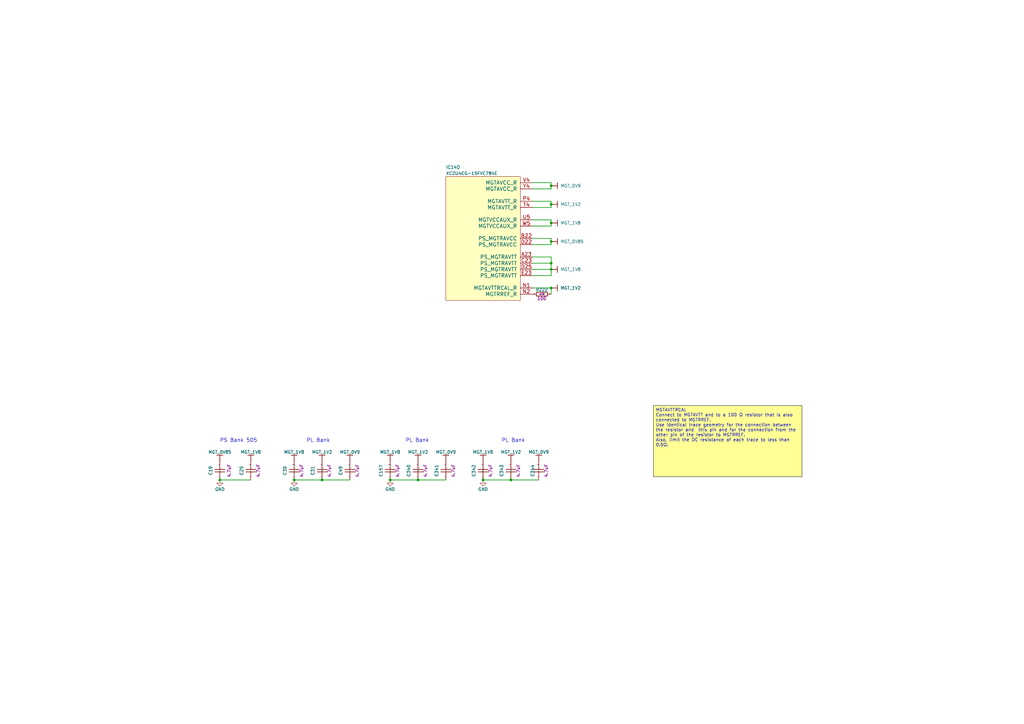
<source format=kicad_sch>
(kicad_sch (version 20250114) (generator "eeschema") (generator_version "9.0")
  (paper "A3")
  (title_block (title "FPGA MGT Power") (rev "-"))
  (lib_symbols
    (symbol "Capacitors SMD:CC0402_4.7UF_6.3V_20%_X5R" (pin_names (offset 1.27))
      (property "Reference" "C" (at 3.81 3.048 0))
      (property "Val" "4.7uF" (at 3.81 -3.048 0))
      (symbol "CC0402_4.7UF_6.3V_20%_X5R_0_1"
        (pin passive line (at 0 0 0) (length 2.54) (name "1") (number "1"))
        (pin passive line (at 7.62 0 180) (length 2.54) (name "2") (number "2"))
      )
    )
    (symbol "Logic:XCZU4CG-1SFVC784E" (pin_names (offset 1.27))
      (property "Reference" "IC14" (at 0 3.81 0))
      (property "Value" "XCZU4CG-1SFVC784E" (at 0 1.27 0))
      (symbol "XCZU4CG-1SFVC784E_1_1"
        (text "BANK 43" (at 5.08 -15.24 900) (effects (font (size 1.778 1.778) (bold yes)) (justify left bottom)))
        (pin bidirectional line (at 43.18 -2.54 180) (length 5.08) (name "IO_L1P_AD11P_43") (number "AG10"))
        (pin bidirectional line (at 43.18 -5.08 180) (length 5.08) (name "IO_L1N_AD11N_43") (number "AH10"))
        (pin bidirectional line (at 43.18 -7.62 180) (length 5.08) (name "IO_L2P_AD10P_43") (number "AF11"))
        (pin bidirectional line (at 43.18 -10.16 180) (length 5.08) (name "IO_L2N_AD10N_43") (number "AG11"))
        (pin bidirectional line (at 43.18 -12.7 180) (length 5.08) (name "IO_L3P_AD9P_43") (number "AH12"))
        (pin bidirectional line (at 43.18 -15.24 180) (length 5.08) (name "IO_L3N_AD9N_43") (number "AH11"))
        (pin bidirectional line (at 43.18 -17.78 180) (length 5.08) (name "IO_L4P_AD8P_43") (number "AE10"))
        (pin bidirectional line (at 43.18 -20.32 180) (length 5.08) (name "IO_L4N_AD8N_43") (number "AF10"))
        (pin bidirectional line (at 43.18 -22.86 180) (length 5.08) (name "IO_L5P_HDGC_AD7P_43") (number "AE12"))
        (pin bidirectional line (at 43.18 -25.4 180) (length 5.08) (name "IO_L5N_HDGC_AD7N_43") (number "AF12"))
        (pin bidirectional line (at 43.18 -27.94 180) (length 5.08) (name "IO_L6P_HDGC_AD6P_43") (number "AC12"))
        (pin bidirectional line (at 43.18 -30.48 180) (length 5.08) (name "IO_L6N_HDGC_AD6N_43") (number "AD12"))
        (pin bidirectional line (at 43.18 -33.02 180) (length 5.08) (name "IO_L7P_HDGC_AD5P_43") (number "AD11"))
        (pin bidirectional line (at 43.18 -35.56 180) (length 5.08) (name "IO_L7N_HDGC_AD5N_43") (number "AD10"))
        (pin bidirectional line (at 43.18 -38.1 180) (length 5.08) (name "IO_L8P_HDGC_AD4P_43") (number "AB11"))
        (pin bidirectional line (at 43.18 -40.64 180) (length 5.08) (name "IO_L8N_HDGC_AD4N_43") (number "AC11"))
        (pin bidirectional line (at 43.18 -43.18 180) (length 5.08) (name "IO_L9P_AD3P_43") (number "AA11"))
        (pin bidirectional line (at 43.18 -45.72 180) (length 5.08) (name "IO_L9N_AD3N_43") (number "AA10"))
        (pin bidirectional line (at 43.18 -48.26 180) (length 5.08) (name "IO_L10P_AD2P_43") (number "W10"))
        (pin bidirectional line (at 43.18 -50.8 180) (length 5.08) (name "IO_L10N_AD2N_43") (number "Y10"))
        (pin bidirectional line (at 43.18 -53.34 180) (length 5.08) (name "IO_L11P_AD1P_43") (number "Y9"))
        (pin bidirectional line (at 43.18 -55.88 180) (length 5.08) (name "IO_L11N_AD1N_43") (number "AA8"))
        (pin bidirectional line (at 43.18 -58.42 180) (length 5.08) (name "IO_L12P_AD0P_43") (number "AB10"))
        (pin bidirectional line (at 43.18 -60.96 180) (length 5.08) (name "IO_L12N_AD0N_43") (number "AB9"))
      )
      (symbol "XCZU4CG-1SFVC784E_2_1"
        (text "BANK 44" (at 5.08 -15.24 900) (effects (font (size 1.778 1.778) (bold yes)) (justify left bottom)))
        (pin bidirectional line (at 43.18 -2.54 180) (length 5.08) (name "IO_L1P_AD15P_44") (number "AE15"))
        (pin bidirectional line (at 43.18 -5.08 180) (length 5.08) (name "IO_L1N_AD15N_44") (number "AE14"))
        (pin bidirectional line (at 43.18 -7.62 180) (length 5.08) (name "IO_L2P_AD14P_44") (number "AG14"))
        (pin bidirectional line (at 43.18 -10.16 180) (length 5.08) (name "IO_L2N_AD14N_44") (number "AH14"))
        (pin bidirectional line (at 43.18 -12.7 180) (length 5.08) (name "IO_L3P_AD13P_44") (number "AG13"))
        (pin bidirectional line (at 43.18 -15.24 180) (length 5.08) (name "IO_L3N_AD13N_44") (number "AH13"))
        (pin bidirectional line (at 43.18 -17.78 180) (length 5.08) (name "IO_L4P_AD12P_44") (number "AE13"))
        (pin bidirectional line (at 43.18 -20.32 180) (length 5.08) (name "IO_L4N_AD12N_44") (number "AF13"))
        (pin bidirectional line (at 43.18 -22.86 180) (length 5.08) (name "IO_L5P_HDGC_44") (number "AD15"))
        (pin bidirectional line (at 43.18 -25.4 180) (length 5.08) (name "IO_L5N_HDGC_44") (number "AD14"))
        (pin bidirectional line (at 43.18 -27.94 180) (length 5.08) (name "IO_L6P_HDGC_44") (number "AC14"))
        (pin bidirectional line (at 43.18 -30.48 180) (length 5.08) (name "IO_L6N_HDGC_44") (number "AC13"))
        (pin bidirectional line (at 43.18 -33.02 180) (length 5.08) (name "IO_L7P_HDGC_44") (number "AA13"))
        (pin bidirectional line (at 43.18 -35.56 180) (length 5.08) (name "IO_L7N_HDGC_44") (number "AB13"))
        (pin bidirectional line (at 43.18 -38.1 180) (length 5.08) (name "IO_L8P_HDGC_44") (number "AB15"))
        (pin bidirectional line (at 43.18 -40.64 180) (length 5.08) (name "IO_L8N_HDGC_44") (number "AB14"))
        (pin bidirectional line (at 43.18 -43.18 180) (length 5.08) (name "IO_L9P_AD11P_44") (number "W14"))
        (pin bidirectional line (at 43.18 -45.72 180) (length 5.08) (name "IO_L9N_AD11N_44") (number "W13"))
        (pin bidirectional line (at 43.18 -48.26 180) (length 5.08) (name "IO_L10P_AD10P_44") (number "Y14"))
        (pin bidirectional line (at 43.18 -50.8 180) (length 5.08) (name "IO_L10N_AD10N_44") (number "Y13"))
        (pin bidirectional line (at 43.18 -53.34 180) (length 5.08) (name "IO_L11P_AD9P_44") (number "W12"))
        (pin bidirectional line (at 43.18 -55.88 180) (length 5.08) (name "IO_L11N_AD9N_44") (number "W11"))
        (pin bidirectional line (at 43.18 -58.42 180) (length 5.08) (name "IO_L12P_AD8P_44") (number "Y12"))
        (pin bidirectional line (at 43.18 -60.96 180) (length 5.08) (name "IO_L12N_AD8N_44") (number "AA12"))
      )
      (symbol "XCZU4CG-1SFVC784E_3_1"
        (text "BANK 45" (at 5.08 -15.24 900) (effects (font (size 1.778 1.778) (bold yes)) (justify left bottom)))
        (pin bidirectional line (at 43.18 -2.54 180) (length 5.08) (name "IO_L1P_AD15P_45") (number "J11"))
        (pin bidirectional line (at 43.18 -5.08 180) (length 5.08) (name "IO_L1N_AD15N_45") (number "J10"))
        (pin bidirectional line (at 43.18 -7.62 180) (length 5.08) (name "IO_L2P_AD14P_45") (number "K13"))
        (pin bidirectional line (at 43.18 -10.16 180) (length 5.08) (name "IO_L2N_AD14N_45") (number "K12"))
        (pin bidirectional line (at 43.18 -12.7 180) (length 5.08) (name "IO_L3P_AD13P_45") (number "H11"))
        (pin bidirectional line (at 43.18 -15.24 180) (length 5.08) (name "IO_L3N_AD13N_45") (number "G10"))
        (pin bidirectional line (at 43.18 -17.78 180) (length 5.08) (name "IO_L4P_AD12P_45") (number "J12"))
        (pin bidirectional line (at 43.18 -20.32 180) (length 5.08) (name "IO_L4N_AD12N_45") (number "H12"))
        (pin bidirectional line (at 43.18 -22.86 180) (length 5.08) (name "IO_L5P_HDGC_45") (number "G11"))
        (pin bidirectional line (at 43.18 -25.4 180) (length 5.08) (name "IO_L5N_HDGC_45") (number "F10"))
        (pin bidirectional line (at 43.18 -27.94 180) (length 5.08) (name "IO_L6P_HDGC_45") (number "F12"))
        (pin bidirectional line (at 43.18 -30.48 180) (length 5.08) (name "IO_L6N_HDGC_45") (number "F11"))
        (pin bidirectional line (at 43.18 -33.02 180) (length 5.08) (name "IO_L7P_HDGC_45") (number "E10"))
        (pin bidirectional line (at 43.18 -35.56 180) (length 5.08) (name "IO_L7N_HDGC_45") (number "D10"))
        (pin bidirectional line (at 43.18 -38.1 180) (length 5.08) (name "IO_L8P_HDGC_45") (number "E12"))
        (pin bidirectional line (at 43.18 -40.64 180) (length 5.08) (name "IO_L8N_HDGC_45") (number "D11"))
        (pin bidirectional line (at 43.18 -43.18 180) (length 5.08) (name "IO_L9P_AD11P_45") (number "C11"))
        (pin bidirectional line (at 43.18 -45.72 180) (length 5.08) (name "IO_L9N_AD11N_45") (number "B10"))
        (pin bidirectional line (at 43.18 -48.26 180) (length 5.08) (name "IO_L10P_AD10P_45") (number "B11"))
        (pin bidirectional line (at 43.18 -50.8 180) (length 5.08) (name "IO_L10N_AD10N_45") (number "A10"))
        (pin bidirectional line (at 43.18 -53.34 180) (length 5.08) (name "IO_L11P_AD9P_45") (number "A12"))
        (pin bidirectional line (at 43.18 -55.88 180) (length 5.08) (name "IO_L11N_AD9N_45") (number "A11"))
        (pin bidirectional line (at 43.18 -58.42 180) (length 5.08) (name "IO_L12P_AD8P_45") (number "D12"))
        (pin bidirectional line (at 43.18 -60.96 180) (length 5.08) (name "IO_L12N_AD8N_45") (number "C12"))
      )
      (symbol "XCZU4CG-1SFVC784E_4_1"
        (text "BANK 46" (at 5.08 -15.24 900) (effects (font (size 1.778 1.778) (bold yes)) (justify left bottom)))
        (pin bidirectional line (at 43.18 -2.54 180) (length 5.08) (name "IO_L1P_AD11P_46") (number "B15"))
        (pin bidirectional line (at 43.18 -5.08 180) (length 5.08) (name "IO_L1N_AD11N_46") (number "A15"))
        (pin bidirectional line (at 43.18 -7.62 180) (length 5.08) (name "IO_L2P_AD10P_46") (number "B14"))
        (pin bidirectional line (at 43.18 -10.16 180) (length 5.08) (name "IO_L2N_AD10N_46") (number "A14"))
        (pin bidirectional line (at 43.18 -12.7 180) (length 5.08) (name "IO_L3P_AD9P_46") (number "B13"))
        (pin bidirectional line (at 43.18 -15.24 180) (length 5.08) (name "IO_L3N_AD9N_46") (number "A13"))
        (pin bidirectional line (at 43.18 -17.78 180) (length 5.08) (name "IO_L4P_AD8P_46") (number "C14"))
        (pin bidirectional line (at 43.18 -20.32 180) (length 5.08) (name "IO_L4N_AD8N_46") (number "C13"))
        (pin bidirectional line (at 43.18 -22.86 180) (length 5.08) (name "IO_L5P_HDGC_AD7P_46") (number "D15"))
        (pin bidirectional line (at 43.18 -25.4 180) (length 5.08) (name "IO_L5N_HDGC_AD7N_46") (number "D14"))
        (pin bidirectional line (at 43.18 -27.94 180) (length 5.08) (name "IO_L6P_HDGC_AD6P_46") (number "E14"))
        (pin bidirectional line (at 43.18 -30.48 180) (length 5.08) (name "IO_L6N_HDGC_AD6N_46") (number "E13"))
        (pin bidirectional line (at 43.18 -33.02 180) (length 5.08) (name "IO_L7P_HDGC_AD5P_46") (number "G13"))
        (pin bidirectional line (at 43.18 -35.56 180) (length 5.08) (name "IO_L7N_HDGC_AD5N_46") (number "F13"))
        (pin bidirectional line (at 43.18 -38.1 180) (length 5.08) (name "IO_L8P_HDGC_AD4P_46") (number "F15"))
        (pin bidirectional line (at 43.18 -40.64 180) (length 5.08) (name "IO_L8N_HDGC_AD4N_46") (number "E15"))
        (pin bidirectional line (at 43.18 -43.18 180) (length 5.08) (name "IO_L9P_AD3P_46") (number "G15"))
        (pin bidirectional line (at 43.18 -45.72 180) (length 5.08) (name "IO_L9N_AD3N_46") (number "G14"))
        (pin bidirectional line (at 43.18 -48.26 180) (length 5.08) (name "IO_L10P_AD2P_46") (number "H14"))
        (pin bidirectional line (at 43.18 -50.8 180) (length 5.08) (name "IO_L10N_AD2N_46") (number "H13"))
        (pin bidirectional line (at 43.18 -53.34 180) (length 5.08) (name "IO_L11P_AD1P_46") (number "K14"))
        (pin bidirectional line (at 43.18 -55.88 180) (length 5.08) (name "IO_L11N_AD1N_46") (number "J14"))
        (pin bidirectional line (at 43.18 -58.42 180) (length 5.08) (name "IO_L12P_AD0P_46") (number "L14"))
        (pin bidirectional line (at 43.18 -60.96 180) (length 5.08) (name "IO_L12N_AD0N_46") (number "L13"))
      )
      (symbol "XCZU4CG-1SFVC784E_5_1"
        (text "BANK 64" (at 5.08 -15.24 900) (effects (font (size 1.778 1.778) (bold yes)) (justify left bottom)))
        (pin bidirectional line (at 58.42 -2.54 180) (length 5.08) (name "IO_L1P_T0L_N0_DBC_64") (number "AC9"))
        (pin bidirectional line (at 58.42 -5.08 180) (length 5.08) (name "IO_L1N_T0L_N1_DBC_64") (number "AD9"))
        (pin bidirectional line (at 58.42 -7.62 180) (length 5.08) (name "IO_L2P_T0L_N2_64") (number "AE9"))
        (pin bidirectional line (at 58.42 -10.16 180) (length 5.08) (name "IO_L2N_T0L_N3_64") (number "AE8"))
        (pin bidirectional line (at 58.42 -12.7 180) (length 5.08) (name "IO_L3P_T0L_N4_AD15P_64") (number "AB8"))
        (pin bidirectional line (at 58.42 -15.24 180) (length 5.08) (name "IO_L3N_T0L_N5_AD15N_64") (number "AC8"))
        (pin bidirectional line (at 58.42 -17.78 180) (length 5.08) (name "IO_L4P_T0U_N6_DBC_AD7P_64") (number "AD7"))
        (pin bidirectional line (at 58.42 -20.32 180) (length 5.08) (name "IO_L4N_T0U_N7_DBC_AD7N_64") (number "AE7"))
        (pin bidirectional line (at 58.42 -22.86 180) (length 5.08) (name "IO_L5P_T0U_N8_AD14P_64") (number "AB7"))
        (pin bidirectional line (at 58.42 -25.4 180) (length 5.08) (name "IO_L5N_T0U_N9_AD14N_64") (number "AC7"))
        (pin bidirectional line (at 58.42 -27.94 180) (length 5.08) (name "IO_L6P_T0U_N10_AD6P_64") (number "AB6"))
        (pin bidirectional line (at 58.42 -30.48 180) (length 5.08) (name "IO_L6N_T0U_N11_AD6N_64") (number "AC6"))
        (pin bidirectional line (at 58.42 -33.02 180) (length 5.08) (name "IO_L7P_T1L_N0_QBC_AD13P_64") (number "AG9"))
        (pin bidirectional line (at 58.42 -35.56 180) (length 5.08) (name "IO_L7N_T1L_N1_QBC_AD13N_64") (number "AH9"))
        (pin bidirectional line (at 58.42 -38.1 180) (length 5.08) (name "IO_L8P_T1L_N2_AD5P_64") (number "AF8"))
        (pin bidirectional line (at 58.42 -40.64 180) (length 5.08) (name "IO_L8N_T1L_N3_AD5N_64") (number "AG8"))
        (pin bidirectional line (at 58.42 -43.18 180) (length 5.08) (name "IO_L9P_T1L_N4_AD12P_64") (number "AH8"))
        (pin bidirectional line (at 58.42 -45.72 180) (length 5.08) (name "IO_L9N_T1L_N5_AD12N_64") (number "AH7"))
        (pin bidirectional line (at 58.42 -48.26 180) (length 5.08) (name "IO_L10P_T1U_N6_QBC_AD4P_64") (number "AG6"))
        (pin bidirectional line (at 58.42 -50.8 180) (length 5.08) (name "IO_L10N_T1U_N7_QBC_AD4N_64") (number "AG5"))
        (pin bidirectional line (at 58.42 -53.34 180) (length 5.08) (name "IO_L11P_T1U_N8_GC_64") (number "AF7"))
        (pin bidirectional line (at 58.42 -55.88 180) (length 5.08) (name "IO_L11N_T1U_N9_GC_64") (number "AF6"))
        (pin bidirectional line (at 58.42 -58.42 180) (length 5.08) (name "IO_L12P_T1U_N10_GC_64") (number "AE5"))
        (pin bidirectional line (at 58.42 -60.96 180) (length 5.08) (name "IO_L12N_T1U_N11_GC_64") (number "AF5"))
        (pin bidirectional line (at 58.42 -63.5 180) (length 5.08) (name "IO_L13P_T2L_N0_GC_QBC_64") (number "AD5"))
        (pin bidirectional line (at 58.42 -66.04 180) (length 5.08) (name "IO_L13N_T2L_N1_GC_QBC_64") (number "AD4"))
        (pin bidirectional line (at 58.42 -68.58 180) (length 5.08) (name "IO_L14P_T2L_N2_GC_64") (number "AC4"))
        (pin bidirectional line (at 58.42 -71.12 180) (length 5.08) (name "IO_L14N_T2L_N3_GC_64") (number "AC3"))
        (pin bidirectional line (at 58.42 -73.66 180) (length 5.08) (name "IO_L15P_T2L_N4_AD11P_64") (number "AB4"))
        (pin bidirectional line (at 58.42 -76.2 180) (length 5.08) (name "IO_L15N_T2L_N5_AD11N_64") (number "AB3"))
        (pin bidirectional line (at 58.42 -78.74 180) (length 5.08) (name "IO_L16P_T2U_N6_QBC_AD3P_64") (number "AD2"))
        (pin bidirectional line (at 58.42 -81.28 180) (length 5.08) (name "IO_L16N_T2U_N7_QBC_AD3N_64") (number "AD1"))
        (pin bidirectional line (at 58.42 -83.82 180) (length 5.08) (name "IO_L17P_T2U_N8_AD10P_64") (number "AB2"))
        (pin bidirectional line (at 58.42 -86.36 180) (length 5.08) (name "IO_L17N_T2U_N9_AD10N_64") (number "AC2"))
        (pin bidirectional line (at 58.42 -88.9 180) (length 5.08) (name "IO_L18P_T2U_N10_AD2P_64") (number "AB1"))
        (pin bidirectional line (at 58.42 -91.44 180) (length 5.08) (name "IO_L18N_T2U_N11_AD2N_64") (number "AC1"))
        (pin bidirectional line (at 58.42 -93.98 180) (length 5.08) (name "IO_L19P_T3L_N0_DBC_AD9P_64") (number "AG4"))
        (pin bidirectional line (at 58.42 -96.52 180) (length 5.08) (name "IO_L19N_T3L_N1_DBC_AD9N_64") (number "AH4"))
        (pin bidirectional line (at 58.42 -99.06 180) (length 5.08) (name "IO_L20P_T3L_N2_AD1P_64") (number "AG3"))
        (pin bidirectional line (at 58.42 -101.6 180) (length 5.08) (name "IO_L20N_T3L_N3_AD1N_64") (number "AH3"))
        (pin bidirectional line (at 58.42 -104.14 180) (length 5.08) (name "IO_L21P_T3L_N4_AD8P_64") (number "AE3"))
        (pin bidirectional line (at 58.42 -106.68 180) (length 5.08) (name "IO_L21N_T3L_N5_AD8N_64") (number "AF3"))
        (pin bidirectional line (at 58.42 -109.22 180) (length 5.08) (name "IO_L22P_T3U_N6_DBC_AD0P_64") (number "AE2"))
        (pin bidirectional line (at 58.42 -111.76 180) (length 5.08) (name "IO_L22N_T3U_N7_DBC_AD0N_64") (number "AF2"))
        (pin bidirectional line (at 58.42 -114.3 180) (length 5.08) (name "IO_L23P_T3U_N8_64") (number "AH2"))
        (pin bidirectional line (at 58.42 -116.84 180) (length 5.08) (name "IO_L23N_T3U_N9_64") (number "AH1"))
        (pin bidirectional line (at 58.42 -119.38 180) (length 5.08) (name "IO_L24P_T3U_N10_64") (number "AF1"))
        (pin bidirectional line (at 58.42 -121.92 180) (length 5.08) (name "IO_L24N_T3U_N11_64") (number "AG1"))
        (pin bidirectional line (at 58.42 -127 180) (length 5.08) (name "IO_T0U_N12_VRP_64") (number "AD6"))
        (pin bidirectional line (at 58.42 -129.54 180) (length 5.08) (name "IO_T1U_N12_64") (number "AH6"))
        (pin bidirectional line (at 58.42 -132.08 180) (length 5.08) (name "IO_T2U_N12_64") (number "AB5"))
        (pin bidirectional line (at 58.42 -134.62 180) (length 5.08) (name "IO_T3U_N12_64") (number "AE4"))
      )
      (symbol "XCZU4CG-1SFVC784E_6_1"
        (text "BANK 65" (at 5.08 -15.24 900) (effects (font (size 1.778 1.778) (bold yes)) (justify left bottom)))
        (pin bidirectional line (at 58.42 -2.54 180) (length 5.08) (name "IO_L1P_T0L_N0_DBC_65") (number "W8"))
        (pin bidirectional line (at 58.42 -5.08 180) (length 5.08) (name "IO_L1N_T0L_N1_DBC_65") (number "Y8"))
        (pin bidirectional line (at 58.42 -7.62 180) (length 5.08) (name "IO_L2P_T0L_N2_65") (number "U9"))
        (pin bidirectional line (at 58.42 -10.16 180) (length 5.08) (name "IO_L2N_T0L_N3_65") (number "V9"))
        (pin bidirectional line (at 58.42 -12.7 180) (length 5.08) (name "IO_L3P_T0L_N4_AD15P_65") (number "U8"))
        (pin bidirectional line (at 58.42 -15.24 180) (length 5.08) (name "IO_L3N_T0L_N5_AD15N_65") (number "V8"))
        (pin bidirectional line (at 58.42 -17.78 180) (length 5.08) (name "IO_L4P_T0U_N6_DBC_AD7P_SMBALERT_65") (number "R8"))
        (pin bidirectional line (at 58.42 -20.32 180) (length 5.08) (name "IO_L4N_T0U_N7_DBC_AD7N_65") (number "T8"))
        (pin bidirectional line (at 58.42 -22.86 180) (length 5.08) (name "IO_L5P_T0U_N8_AD14P_65") (number "R7"))
        (pin bidirectional line (at 58.42 -25.4 180) (length 5.08) (name "IO_L5N_T0U_N9_AD14N_65") (number "T7"))
        (pin bidirectional line (at 58.42 -27.94 180) (length 5.08) (name "IO_L6P_T0U_N10_AD6P_65") (number "R6"))
        (pin bidirectional line (at 58.42 -30.48 180) (length 5.08) (name "IO_L6N_T0U_N11_AD6N_65") (number "T6"))
        (pin bidirectional line (at 58.42 -33.02 180) (length 5.08) (name "IO_L7P_T1L_N0_QBC_AD13P_65") (number "L1"))
        (pin bidirectional line (at 58.42 -35.56 180) (length 5.08) (name "IO_L7N_T1L_N1_QBC_AD13N_65") (number "K1"))
        (pin bidirectional line (at 58.42 -38.1 180) (length 5.08) (name "IO_L8P_T1L_N2_AD5P_65") (number "J1"))
        (pin bidirectional line (at 58.42 -40.64 180) (length 5.08) (name "IO_L8N_T1L_N3_AD5N_65") (number "H1"))
        (pin bidirectional line (at 58.42 -43.18 180) (length 5.08) (name "IO_L9P_T1L_N4_AD12P_65") (number "K2"))
        (pin bidirectional line (at 58.42 -45.72 180) (length 5.08) (name "IO_L9N_T1L_N5_AD12N_65") (number "J2"))
        (pin bidirectional line (at 58.42 -48.26 180) (length 5.08) (name "IO_L10P_T1U_N6_QBC_AD4P_65") (number "H4"))
        (pin bidirectional line (at 58.42 -50.8 180) (length 5.08) (name "IO_L10N_T1U_N7_QBC_AD4N_65") (number "H3"))
        (pin bidirectional line (at 58.42 -53.34 180) (length 5.08) (name "IO_L11P_T1U_N8_GC_65") (number "K4"))
        (pin bidirectional line (at 58.42 -55.88 180) (length 5.08) (name "IO_L11N_T1U_N9_GC_65") (number "K3"))
        (pin bidirectional line (at 58.42 -58.42 180) (length 5.08) (name "IO_L12P_T1U_N10_GC_65") (number "L3"))
        (pin bidirectional line (at 58.42 -60.96 180) (length 5.08) (name "IO_L12N_T1U_N11_GC_65") (number "L2"))
        (pin bidirectional line (at 58.42 -63.5 180) (length 5.08) (name "IO_L13P_T2L_N0_GC_QBC_65") (number "L7"))
        (pin bidirectional line (at 58.42 -66.04 180) (length 5.08) (name "IO_L13N_T2L_N1_GC_QBC_65") (number "L6"))
        (pin bidirectional line (at 58.42 -68.58 180) (length 5.08) (name "IO_L14P_T2L_N2_GC_65") (number "M6"))
        (pin bidirectional line (at 58.42 -71.12 180) (length 5.08) (name "IO_L14N_T2L_N3_GC_65") (number "L5"))
        (pin bidirectional line (at 58.42 -73.66 180) (length 5.08) (name "IO_L15P_T2L_N4_AD11P_65") (number "N7"))
        (pin bidirectional line (at 58.42 -76.2 180) (length 5.08) (name "IO_L15N_T2L_N5_AD11N_65") (number "N6"))
        (pin bidirectional line (at 58.42 -78.74 180) (length 5.08) (name "IO_L16P_T2U_N6_QBC_AD3P_65") (number "P7"))
        (pin bidirectional line (at 58.42 -81.28 180) (length 5.08) (name "IO_L16N_T2U_N7_QBC_AD3N_65") (number "P6"))
        (pin bidirectional line (at 58.42 -83.82 180) (length 5.08) (name "IO_L17P_T2U_N8_AD10P_65") (number "N9"))
        (pin bidirectional line (at 58.42 -86.36 180) (length 5.08) (name "IO_L17N_T2U_N9_AD10N_65") (number "N8"))
        (pin bidirectional line (at 58.42 -88.9 180) (length 5.08) (name "IO_L18P_T2U_N10_AD2P_65") (number "M8"))
        (pin bidirectional line (at 58.42 -91.44 180) (length 5.08) (name "IO_L18N_T2U_N11_AD2N_65") (number "L8"))
        (pin bidirectional line (at 58.42 -93.98 180) (length 5.08) (name "IO_L19P_T3L_N0_DBC_AD9P_65") (number "J5"))
        (pin bidirectional line (at 58.42 -96.52 180) (length 5.08) (name "IO_L19N_T3L_N1_DBC_AD9N_65") (number "J4"))
        (pin bidirectional line (at 58.42 -99.06 180) (length 5.08) (name "IO_L20P_T3L_N2_AD1P_65") (number "J6"))
        (pin bidirectional line (at 58.42 -101.6 180) (length 5.08) (name "IO_L20N_T3L_N3_AD1N_65") (number "H6"))
        (pin bidirectional line (at 58.42 -104.14 180) (length 5.08) (name "IO_L21P_T3L_N4_AD8P_65") (number "J7"))
        (pin bidirectional line (at 58.42 -106.68 180) (length 5.08) (name "IO_L21N_T3L_N5_AD8N_65") (number "H7"))
        (pin bidirectional line (at 58.42 -109.22 180) (length 5.08) (name "IO_L22P_T3U_N6_DBC_AD0P_65") (number "K8"))
        (pin bidirectional line (at 58.42 -111.76 180) (length 5.08) (name "IO_L22N_T3U_N7_DBC_AD0N_65") (number "K7"))
        (pin bidirectional line (at 58.42 -114.3 180) (length 5.08) (name "IO_L23P_T3U_N8_I2C_SCLK_65") (number "K9"))
        (pin bidirectional line (at 58.42 -116.84 180) (length 5.08) (name "IO_L23N_T3U_N9_65") (number "J9"))
        (pin bidirectional line (at 58.42 -119.38 180) (length 5.08) (name "IO_L24P_T3U_N10_PERSTN1_I2C_SDA_65") (number "H9"))
        (pin bidirectional line (at 58.42 -121.92 180) (length 5.08) (name "IO_L24N_T3U_N11_PERSTN0_65") (number "H8"))
        (pin bidirectional line (at 58.42 -127 180) (length 5.08) (name "IO_T0U_N12_VRP_65") (number "W9"))
        (pin bidirectional line (at 58.42 -129.54 180) (length 5.08) (name "IO_T1U_N12_65") (number "H2"))
        (pin bidirectional line (at 58.42 -132.08 180) (length 5.08) (name "IO_T2U_N12_65") (number "P9"))
        (pin bidirectional line (at 58.42 -134.62 180) (length 5.08) (name "IO_T3U_N12_65") (number "K5"))
      )
      (symbol "XCZU4CG-1SFVC784E_7_1"
        (text "BANK 66" (at 5.08 -15.24 900) (effects (font (size 1.778 1.778) (bold yes)) (justify left bottom)))
        (pin bidirectional line (at 58.42 -2.54 180) (length 5.08) (name "IO_L1P_T0L_N0_DBC_66") (number "G1"))
        (pin bidirectional line (at 58.42 -5.08 180) (length 5.08) (name "IO_L1N_T0L_N1_DBC_66") (number "F1"))
        (pin bidirectional line (at 58.42 -7.62 180) (length 5.08) (name "IO_L2P_T0L_N2_66") (number "E1"))
        (pin bidirectional line (at 58.42 -10.16 180) (length 5.08) (name "IO_L2N_T0L_N3_66") (number "D1"))
        (pin bidirectional line (at 58.42 -12.7 180) (length 5.08) (name "IO_L3P_T0L_N4_AD15P_66") (number "F2"))
        (pin bidirectional line (at 58.42 -15.24 180) (length 5.08) (name "IO_L3N_T0L_N5_AD15N_66") (number "E2"))
        (pin bidirectional line (at 58.42 -17.78 180) (length 5.08) (name "IO_L4P_T0U_N6_DBC_AD7P_66") (number "G3"))
        (pin bidirectional line (at 58.42 -20.32 180) (length 5.08) (name "IO_L4N_T0U_N7_DBC_AD7N_66") (number "F3"))
        (pin bidirectional line (at 58.42 -22.86 180) (length 5.08) (name "IO_L5P_T0U_N8_AD14P_66") (number "E4"))
        (pin bidirectional line (at 58.42 -25.4 180) (length 5.08) (name "IO_L5N_T0U_N9_AD14N_66") (number "E3"))
        (pin bidirectional line (at 58.42 -27.94 180) (length 5.08) (name "IO_L6P_T0U_N10_AD6P_66") (number "G5"))
        (pin bidirectional line (at 58.42 -30.48 180) (length 5.08) (name "IO_L6N_T0U_N11_AD6N_66") (number "F5"))
        (pin bidirectional line (at 58.42 -33.02 180) (length 5.08) (name "IO_L7P_T1L_N0_QBC_AD13P_66") (number "C1"))
        (pin bidirectional line (at 58.42 -35.56 180) (length 5.08) (name "IO_L7N_T1L_N1_QBC_AD13N_66") (number "B1"))
        (pin bidirectional line (at 58.42 -38.1 180) (length 5.08) (name "IO_L8P_T1L_N2_AD5P_66") (number "A2"))
        (pin bidirectional line (at 58.42 -40.64 180) (length 5.08) (name "IO_L8N_T1L_N3_AD5N_66") (number "A1"))
        (pin bidirectional line (at 58.42 -43.18 180) (length 5.08) (name "IO_L9P_T1L_N4_AD12P_66") (number "B3"))
        (pin bidirectional line (at 58.42 -45.72 180) (length 5.08) (name "IO_L9N_T1L_N5_AD12N_66") (number "A3"))
        (pin bidirectional line (at 58.42 -48.26 180) (length 5.08) (name "IO_L10P_T1U_N6_QBC_AD4P_66") (number "B4"))
        (pin bidirectional line (at 58.42 -50.8 180) (length 5.08) (name "IO_L10N_T1U_N7_QBC_AD4N_66") (number "A4"))
        (pin bidirectional line (at 58.42 -53.34 180) (length 5.08) (name "IO_L11P_T1U_N8_GC_66") (number "D4"))
        (pin bidirectional line (at 58.42 -55.88 180) (length 5.08) (name "IO_L11N_T1U_N9_GC_66") (number "C4"))
        (pin bidirectional line (at 58.42 -58.42 180) (length 5.08) (name "IO_L12P_T1U_N10_GC_66") (number "C3"))
        (pin bidirectional line (at 58.42 -60.96 180) (length 5.08) (name "IO_L12N_T1U_N11_GC_66") (number "C2"))
        (pin bidirectional line (at 58.42 -63.5 180) (length 5.08) (name "IO_L13P_T2L_N0_GC_QBC_66") (number "D7"))
        (pin bidirectional line (at 58.42 -66.04 180) (length 5.08) (name "IO_L13N_T2L_N1_GC_QBC_66") (number "D6"))
        (pin bidirectional line (at 58.42 -68.58 180) (length 5.08) (name "IO_L14P_T2L_N2_GC_66") (number "E5"))
        (pin bidirectional line (at 58.42 -71.12 180) (length 5.08) (name "IO_L14N_T2L_N3_GC_66") (number "D5"))
        (pin bidirectional line (at 58.42 -73.66 180) (length 5.08) (name "IO_L15P_T2L_N4_AD11P_66") (number "G6"))
        (pin bidirectional line (at 58.42 -76.2 180) (length 5.08) (name "IO_L15N_T2L_N5_AD11N_66") (number "F6"))
        (pin bidirectional line (at 58.42 -78.74 180) (length 5.08) (name "IO_L16P_T2U_N6_QBC_AD3P_66") (number "G8"))
        (pin bidirectional line (at 58.42 -81.28 180) (length 5.08) (name "IO_L16N_T2U_N7_QBC_AD3N_66") (number "F7"))
        (pin bidirectional line (at 58.42 -83.82 180) (length 5.08) (name "IO_L17P_T2U_N8_AD10P_66") (number "F8"))
        (pin bidirectional line (at 58.42 -86.36 180) (length 5.08) (name "IO_L17N_T2U_N9_AD10N_66") (number "E8"))
        (pin bidirectional line (at 58.42 -88.9 180) (length 5.08) (name "IO_L18P_T2U_N10_AD2P_66") (number "E9"))
        (pin bidirectional line (at 58.42 -91.44 180) (length 5.08) (name "IO_L18N_T2U_N11_AD2N_66") (number "D9"))
        (pin bidirectional line (at 58.42 -93.98 180) (length 5.08) (name "IO_L19P_T3L_N0_DBC_AD9P_66") (number "B5"))
        (pin bidirectional line (at 58.42 -96.52 180) (length 5.08) (name "IO_L19N_T3L_N1_DBC_AD9N_66") (number "A5"))
        (pin bidirectional line (at 58.42 -99.06 180) (length 5.08) (name "IO_L20P_T3L_N2_AD1P_66") (number "C6"))
        (pin bidirectional line (at 58.42 -101.6 180) (length 5.08) (name "IO_L20N_T3L_N3_AD1N_66") (number "B6"))
        (pin bidirectional line (at 58.42 -104.14 180) (length 5.08) (name "IO_L21P_T3L_N4_AD8P_66") (number "A7"))
        (pin bidirectional line (at 58.42 -106.68 180) (length 5.08) (name "IO_L21N_T3L_N5_AD8N_66") (number "A6"))
        (pin bidirectional line (at 58.42 -109.22 180) (length 5.08) (name "IO_L22P_T3U_N6_DBC_AD0P_66") (number "C8"))
        (pin bidirectional line (at 58.42 -111.76 180) (length 5.08) (name "IO_L22N_T3U_N7_DBC_AD0N_66") (number "B8"))
        (pin bidirectional line (at 58.42 -114.3 180) (length 5.08) (name "IO_L23P_T3U_N8_66") (number "A9"))
        (pin bidirectional line (at 58.42 -116.84 180) (length 5.08) (name "IO_L23N_T3U_N9_66") (number "A8"))
        (pin bidirectional line (at 58.42 -119.38 180) (length 5.08) (name "IO_L24P_T3U_N10_66") (number "C9"))
        (pin bidirectional line (at 58.42 -121.92 180) (length 5.08) (name "IO_L24N_T3U_N11_66") (number "B9"))
        (pin bidirectional line (at 58.42 -127 180) (length 5.08) (name "IO_T0U_N12_VRP_66") (number "G4"))
        (pin bidirectional line (at 58.42 -129.54 180) (length 5.08) (name "IO_T1U_N12_66") (number "D2"))
        (pin bidirectional line (at 58.42 -132.08 180) (length 5.08) (name "IO_T2U_N12_66") (number "E7"))
        (pin bidirectional line (at 58.42 -134.62 180) (length 5.08) (name "IO_T3U_N12_66") (number "C7"))
      )
      (symbol "XCZU4CG-1SFVC784E_8_1"
        (text "BANK 224" (at 5.08 -17.78 900) (effects (font (size 1.778 1.778) (bold yes)) (justify left bottom)))
        (pin output line (at 40.64 -2.54 180) (length 5.08) (name "MGTHTXP0_224") (number "W4"))
        (pin output line (at 40.64 -5.08 180) (length 5.08) (name "MGTHTXN0_224") (number "W3"))
        (pin input line (at 40.64 -7.62 180) (length 5.08) (name "MGTHRXP0_224") (number "Y2"))
        (pin input line (at 40.64 -10.16 180) (length 5.08) (name "MGTHRXN0_224") (number "Y1"))
        (pin bidirectional line (at 40.64 -15.24 180) (length 5.08) (name "MGTREFCLK0P_224") (number "Y6"))
        (pin bidirectional line (at 40.64 -17.78 180) (length 5.08) (name "MGTREFCLK0N_224") (number "Y5"))
        (pin output line (at 40.64 -22.86 180) (length 5.08) (name "MGTHTXP1_224") (number "U4"))
        (pin output line (at 40.64 -25.4 180) (length 5.08) (name "MGTHTXN1_224") (number "U3"))
        (pin input line (at 40.64 -27.94 180) (length 5.08) (name "MGTHRXP1_224") (number "V2"))
        (pin input line (at 40.64 -30.48 180) (length 5.08) (name "MGTHRXN1_224") (number "V1"))
        (pin bidirectional line (at 40.64 -35.56 180) (length 5.08) (name "MGTREFCLK1P_224") (number "V6"))
        (pin bidirectional line (at 40.64 -38.1 180) (length 5.08) (name "MGTREFCLK1N_224") (number "V5"))
        (pin output line (at 40.64 -43.18 180) (length 5.08) (name "MGTHTXP2_224") (number "R4"))
        (pin output line (at 40.64 -45.72 180) (length 5.08) (name "MGTHTXN2_224") (number "R3"))
        (pin input line (at 40.64 -48.26 180) (length 5.08) (name "MGTHRXP2_224") (number "T2"))
        (pin input line (at 40.64 -50.8 180) (length 5.08) (name "MGTHRXN2_224") (number "T1"))
        (pin output line (at 40.64 -55.88 180) (length 5.08) (name "MGTHTXP3_224") (number "N4"))
        (pin output line (at 40.64 -58.42 180) (length 5.08) (name "MGTHTXN3_224") (number "N3"))
        (pin input line (at 40.64 -60.96 180) (length 5.08) (name "MGTHRXP3_224") (number "P2"))
        (pin input line (at 40.64 -63.5 180) (length 5.08) (name "MGTHRXN3_224") (number "P1"))
      )
      (symbol "XCZU4CG-1SFVC784E_9_1"
        (text "BANK 500" (at 5.08 -17.78 900) (effects (font (size 1.778 1.778) (bold yes)) (justify left bottom)))
        (pin bidirectional line (at 35.56 -2.54 180) (length 5.08) (name "PS_MIO0") (number "AG15"))
        (pin bidirectional line (at 35.56 -5.08 180) (length 5.08) (name "PS_MIO1") (number "AG16"))
        (pin bidirectional line (at 35.56 -7.62 180) (length 5.08) (name "PS_MIO2") (number "AF15"))
        (pin bidirectional line (at 35.56 -10.16 180) (length 5.08) (name "PS_MIO3") (number "AH15"))
        (pin bidirectional line (at 35.56 -12.7 180) (length 5.08) (name "PS_MIO4") (number "AH16"))
        (pin bidirectional line (at 35.56 -15.24 180) (length 5.08) (name "PS_MIO5") (number "AD16"))
        (pin bidirectional line (at 35.56 -17.78 180) (length 5.08) (name "PS_MIO6") (number "AF16"))
        (pin bidirectional line (at 35.56 -20.32 180) (length 5.08) (name "PS_MIO7") (number "AH17"))
        (pin bidirectional line (at 35.56 -22.86 180) (length 5.08) (name "PS_MIO8") (number "AF17"))
        (pin bidirectional line (at 35.56 -25.4 180) (length 5.08) (name "PS_MIO9") (number "AC16"))
        (pin bidirectional line (at 35.56 -27.94 180) (length 5.08) (name "PS_MIO10") (number "AD17"))
        (pin bidirectional line (at 35.56 -30.48 180) (length 5.08) (name "PS_MIO11") (number "AE17"))
        (pin bidirectional line (at 35.56 -33.02 180) (length 5.08) (name "PS_MIO12") (number "AC17"))
        (pin bidirectional line (at 35.56 -35.56 180) (length 5.08) (name "PS_MIO13") (number "AH18"))
        (pin bidirectional line (at 35.56 -38.1 180) (length 5.08) (name "PS_MIO14") (number "AG18"))
        (pin bidirectional line (at 35.56 -40.64 180) (length 5.08) (name "PS_MIO15") (number "AE18"))
        (pin bidirectional line (at 35.56 -43.18 180) (length 5.08) (name "PS_MIO16") (number "AF18"))
        (pin bidirectional line (at 35.56 -45.72 180) (length 5.08) (name "PS_MIO17") (number "AC18"))
        (pin bidirectional line (at 35.56 -48.26 180) (length 5.08) (name "PS_MIO18") (number "AC19"))
        (pin bidirectional line (at 35.56 -50.8 180) (length 5.08) (name "PS_MIO19") (number "AE19"))
        (pin bidirectional line (at 35.56 -53.34 180) (length 5.08) (name "PS_MIO20") (number "AD19"))
        (pin bidirectional line (at 35.56 -55.88 180) (length 5.08) (name "PS_MIO21") (number "AC21"))
        (pin bidirectional line (at 35.56 -58.42 180) (length 5.08) (name "PS_MIO22") (number "AB20"))
        (pin bidirectional line (at 35.56 -60.96 180) (length 5.08) (name "PS_MIO23") (number "AB18"))
        (pin bidirectional line (at 35.56 -63.5 180) (length 5.08) (name "PS_MIO24") (number "AB19"))
        (pin bidirectional line (at 35.56 -66.04 180) (length 5.08) (name "PS_MIO25") (number "AB21"))
      )
      (symbol "XCZU4CG-1SFVC784E_10_1"
        (text "BANK 501" (at 5.08 -17.78 900) (effects (font (size 1.778 1.778) (bold yes)) (justify left bottom)))
        (pin bidirectional line (at 35.56 -2.54 180) (length 5.08) (name "PS_MIO26") (number "L15"))
        (pin bidirectional line (at 35.56 -5.08 180) (length 5.08) (name "PS_MIO27") (number "J15"))
        (pin bidirectional line (at 35.56 -7.62 180) (length 5.08) (name "PS_MIO28") (number "K15"))
        (pin bidirectional line (at 35.56 -10.16 180) (length 5.08) (name "PS_MIO29") (number "G16"))
        (pin bidirectional line (at 35.56 -12.7 180) (length 5.08) (name "PS_MIO30") (number "F16"))
        (pin bidirectional line (at 35.56 -15.24 180) (length 5.08) (name "PS_MIO31") (number "H16"))
        (pin bidirectional line (at 35.56 -17.78 180) (length 5.08) (name "PS_MIO32") (number "J16"))
        (pin bidirectional line (at 35.56 -20.32 180) (length 5.08) (name "PS_MIO33") (number "L16"))
        (pin bidirectional line (at 35.56 -22.86 180) (length 5.08) (name "PS_MIO34") (number "L17"))
        (pin bidirectional line (at 35.56 -25.4 180) (length 5.08) (name "PS_MIO35") (number "H17"))
        (pin bidirectional line (at 35.56 -27.94 180) (length 5.08) (name "PS_MIO36") (number "K17"))
        (pin bidirectional line (at 35.56 -30.48 180) (length 5.08) (name "PS_MIO37") (number "J17"))
        (pin bidirectional line (at 35.56 -33.02 180) (length 5.08) (name "PS_MIO38") (number "H18"))
        (pin bidirectional line (at 35.56 -35.56 180) (length 5.08) (name "PS_MIO39") (number "H19"))
        (pin bidirectional line (at 35.56 -38.1 180) (length 5.08) (name "PS_MIO40") (number "K18"))
        (pin bidirectional line (at 35.56 -40.64 180) (length 5.08) (name "PS_MIO41") (number "J19"))
        (pin bidirectional line (at 35.56 -43.18 180) (length 5.08) (name "PS_MIO42") (number "L18"))
        (pin bidirectional line (at 35.56 -45.72 180) (length 5.08) (name "PS_MIO43") (number "K19"))
        (pin bidirectional line (at 35.56 -48.26 180) (length 5.08) (name "PS_MIO44") (number "J20"))
        (pin bidirectional line (at 35.56 -50.8 180) (length 5.08) (name "PS_MIO45") (number "K20"))
        (pin bidirectional line (at 35.56 -53.34 180) (length 5.08) (name "PS_MIO46") (number "L20"))
        (pin bidirectional line (at 35.56 -55.88 180) (length 5.08) (name "PS_MIO47") (number "H21"))
        (pin bidirectional line (at 35.56 -58.42 180) (length 5.08) (name "PS_MIO48") (number "J21"))
        (pin bidirectional line (at 35.56 -60.96 180) (length 5.08) (name "PS_MIO49") (number "M18"))
        (pin bidirectional line (at 35.56 -63.5 180) (length 5.08) (name "PS_MIO50") (number "M19"))
        (pin bidirectional line (at 35.56 -66.04 180) (length 5.08) (name "PS_MIO51") (number "L21"))
      )
      (symbol "XCZU4CG-1SFVC784E_11_1"
        (text "BANK 502" (at 5.08 -17.78 900) (effects (font (size 1.778 1.778) (bold yes)) (justify left bottom)))
        (pin bidirectional line (at 35.56 -2.54 180) (length 5.08) (name "PS_MIO52") (number "G18"))
        (pin bidirectional line (at 35.56 -5.08 180) (length 5.08) (name "PS_MIO53") (number "D16"))
        (pin bidirectional line (at 35.56 -7.62 180) (length 5.08) (name "PS_MIO54") (number "F17"))
        (pin bidirectional line (at 35.56 -10.16 180) (length 5.08) (name "PS_MIO55") (number "B16"))
        (pin bidirectional line (at 35.56 -12.7 180) (length 5.08) (name "PS_MIO56") (number "C16"))
        (pin bidirectional line (at 35.56 -15.24 180) (length 5.08) (name "PS_MIO57") (number "A16"))
        (pin bidirectional line (at 35.56 -17.78 180) (length 5.08) (name "PS_MIO58") (number "F18"))
        (pin bidirectional line (at 35.56 -20.32 180) (length 5.08) (name "PS_MIO59") (number "E17"))
        (pin bidirectional line (at 35.56 -22.86 180) (length 5.08) (name "PS_MIO60") (number "C17"))
        (pin bidirectional line (at 35.56 -25.4 180) (length 5.08) (name "PS_MIO61") (number "D17"))
        (pin bidirectional line (at 35.56 -27.94 180) (length 5.08) (name "PS_MIO62") (number "A17"))
        (pin bidirectional line (at 35.56 -30.48 180) (length 5.08) (name "PS_MIO63") (number "E18"))
        (pin bidirectional line (at 35.56 -33.02 180) (length 5.08) (name "PS_MIO64") (number "E19"))
        (pin bidirectional line (at 35.56 -35.56 180) (length 5.08) (name "PS_MIO65") (number "A18"))
        (pin bidirectional line (at 35.56 -38.1 180) (length 5.08) (name "PS_MIO66") (number "G19"))
        (pin bidirectional line (at 35.56 -40.64 180) (length 5.08) (name "PS_MIO67") (number "B18"))
        (pin bidirectional line (at 35.56 -43.18 180) (length 5.08) (name "PS_MIO68") (number "C18"))
        (pin bidirectional line (at 35.56 -45.72 180) (length 5.08) (name "PS_MIO69") (number "D19"))
        (pin bidirectional line (at 35.56 -48.26 180) (length 5.08) (name "PS_MIO70") (number "C19"))
        (pin bidirectional line (at 35.56 -50.8 180) (length 5.08) (name "PS_MIO71") (number "B19"))
        (pin bidirectional line (at 35.56 -53.34 180) (length 5.08) (name "PS_MIO72") (number "G20"))
        (pin bidirectional line (at 35.56 -55.88 180) (length 5.08) (name "PS_MIO73") (number "G21"))
        (pin bidirectional line (at 35.56 -58.42 180) (length 5.08) (name "PS_MIO74") (number "D20"))
        (pin bidirectional line (at 35.56 -60.96 180) (length 5.08) (name "PS_MIO75") (number "A19"))
        (pin bidirectional line (at 35.56 -63.5 180) (length 5.08) (name "PS_MIO76") (number "B20"))
        (pin bidirectional line (at 35.56 -66.04 180) (length 5.08) (name "PS_MIO77") (number "F20"))
      )
      (symbol "XCZU4CG-1SFVC784E_12_1"
        (text "BANK 505" (at 5.08 -17.78 900) (effects (font (size 1.778 1.778) (bold yes)) (justify left bottom)))
        (pin output line (at 40.64 -2.54 180) (length 5.08) (name "PS_MGTRTXP0_505") (number "E25"))
        (pin output line (at 40.64 -5.08 180) (length 5.08) (name "PS_MGTRTXN0_505") (number "E26"))
        (pin input line (at 40.64 -7.62 180) (length 5.08) (name "PS_MGTRRXP0_505") (number "F27"))
        (pin input line (at 40.64 -10.16 180) (length 5.08) (name "PS_MGTRRXN0_505") (number "F28"))
        (pin input line (at 40.64 -15.24 180) (length 5.08) (name "PS_MGTREFCLK0P_505") (number "F23"))
        (pin input line (at 40.64 -17.78 180) (length 5.08) (name "PS_MGTREFCLK0N_505") (number "F24"))
        (pin output line (at 40.64 -22.86 180) (length 5.08) (name "PS_MGTRTXP1_505") (number "D23"))
        (pin output line (at 40.64 -25.4 180) (length 5.08) (name "PS_MGTRTXN1_505") (number "D24"))
        (pin input line (at 40.64 -27.94 180) (length 5.08) (name "PS_MGTRRXP1_505") (number "D27"))
        (pin input line (at 40.64 -30.48 180) (length 5.08) (name "PS_MGTRRXN1_505") (number "D28"))
        (pin input line (at 40.64 -35.56 180) (length 5.08) (name "PS_MGTREFCLK1P_505") (number "E21"))
        (pin input line (at 40.64 -38.1 180) (length 5.08) (name "PS_MGTREFCLK1N_505") (number "E22"))
        (pin output line (at 40.64 -43.18 180) (length 5.08) (name "PS_MGTRTXP2_505") (number "C25"))
        (pin output line (at 40.64 -45.72 180) (length 5.08) (name "PS_MGTRTXN2_505") (number "C26"))
        (pin input line (at 40.64 -48.26 180) (length 5.08) (name "PS_MGTRRXP2_505") (number "B27"))
        (pin input line (at 40.64 -50.8 180) (length 5.08) (name "PS_MGTRRXN2_505") (number "B28"))
        (pin input line (at 40.64 -55.88 180) (length 5.08) (name "PS_MGTREFCLK2P_505") (number "C21"))
        (pin input line (at 40.64 -58.42 180) (length 5.08) (name "PS_MGTREFCLK2N_505") (number "C22"))
        (pin output line (at 40.64 -63.5 180) (length 5.08) (name "PS_MGTRTXP3_505") (number "B23"))
        (pin output line (at 40.64 -66.04 180) (length 5.08) (name "PS_MGTRTXN3_505") (number "B24"))
        (pin input line (at 40.64 -68.58 180) (length 5.08) (name "PS_MGTRRXP3_505") (number "A25"))
        (pin input line (at 40.64 -71.12 180) (length 5.08) (name "PS_MGTRRXN3_505") (number "A26"))
        (pin input line (at 40.64 -76.2 180) (length 5.08) (name "PS_MGTREFCLK3P_505") (number "A21"))
        (pin input line (at 40.64 -78.74 180) (length 5.08) (name "PS_MGTREFCLK3N_505") (number "A22"))
        (pin input line (at 40.64 -83.82 180) (length 5.08) (name "PS_MGTRREF_505") (number "F22"))
      )
      (symbol "XCZU4CG-1SFVC784E_13_1"
        (pin bidirectional line (at -5.08 -2.54 0) (length 5.08) (name "PS_DDR_DQ0") (number "AD21"))
        (pin bidirectional line (at -5.08 -5.08 0) (length 5.08) (name "PS_DDR_DQ1") (number "AE20"))
        (pin bidirectional line (at -5.08 -7.62 0) (length 5.08) (name "PS_DDR_DQ2") (number "AD20"))
        (pin bidirectional line (at -5.08 -10.16 0) (length 5.08) (name "PS_DDR_DQ3") (number "AF20"))
        (pin bidirectional line (at -5.08 -12.7 0) (length 5.08) (name "PS_DDR_DQ4") (number "AH21"))
        (pin bidirectional line (at -5.08 -15.24 0) (length 5.08) (name "PS_DDR_DQ5") (number "AH20"))
        (pin bidirectional line (at -5.08 -17.78 0) (length 5.08) (name "PS_DDR_DQ6") (number "AH19"))
        (pin bidirectional line (at -5.08 -20.32 0) (length 5.08) (name "PS_DDR_DQ7") (number "AG19"))
        (pin bidirectional line (at -5.08 -22.86 0) (length 5.08) (name "PS_DDR_DQ8") (number "AF22"))
        (pin bidirectional line (at -5.08 -25.4 0) (length 5.08) (name "PS_DDR_DQ9") (number "AH22"))
        (pin bidirectional line (at -5.08 -27.94 0) (length 5.08) (name "PS_DDR_DQ10") (number "AE22"))
        (pin bidirectional line (at -5.08 -30.48 0) (length 5.08) (name "PS_DDR_DQ11") (number "AD22"))
        (pin bidirectional line (at -5.08 -33.02 0) (length 5.08) (name "PS_DDR_DQ12") (number "AH23"))
        (pin bidirectional line (at -5.08 -35.56 0) (length 5.08) (name "PS_DDR_DQ13") (number "AH24"))
        (pin bidirectional line (at -5.08 -38.1 0) (length 5.08) (name "PS_DDR_DQ14") (number "AE24"))
        (pin bidirectional line (at -5.08 -40.64 0) (length 5.08) (name "PS_DDR_DQ15") (number "AG24"))
        (pin bidirectional line (at -5.08 -43.18 0) (length 5.08) (name "PS_DDR_DQ16") (number "AC26"))
        (pin bidirectional line (at -5.08 -45.72 0) (length 5.08) (name "PS_DDR_DQ17") (number "AD26"))
        (pin bidirectional line (at -5.08 -48.26 0) (length 5.08) (name "PS_DDR_DQ18") (number "AD25"))
        (pin bidirectional line (at -5.08 -50.8 0) (length 5.08) (name "PS_DDR_DQ19") (number "AD24"))
        (pin bidirectional line (at -5.08 -53.34 0) (length 5.08) (name "PS_DDR_DQ20") (number "AG26"))
        (pin bidirectional line (at -5.08 -55.88 0) (length 5.08) (name "PS_DDR_DQ21") (number "AH25"))
        (pin bidirectional line (at -5.08 -58.42 0) (length 5.08) (name "PS_DDR_DQ22") (number "AH26"))
        (pin bidirectional line (at -5.08 -60.96 0) (length 5.08) (name "PS_DDR_DQ23") (number "AG25"))
        (pin bidirectional line (at -5.08 -63.5 0) (length 5.08) (name "PS_DDR_DQ24") (number "AH27"))
        (pin bidirectional line (at -5.08 -66.04 0) (length 5.08) (name "PS_DDR_DQ25") (number "AH28"))
        (pin bidirectional line (at -5.08 -68.58 0) (length 5.08) (name "PS_DDR_DQ26") (number "AF28"))
        (pin bidirectional line (at -5.08 -71.12 0) (length 5.08) (name "PS_DDR_DQ27") (number "AG28"))
        (pin bidirectional line (at -5.08 -73.66 0) (length 5.08) (name "PS_DDR_DQ28") (number "AC27"))
        (pin bidirectional line (at -5.08 -76.2 0) (length 5.08) (name "PS_DDR_DQ29") (number "AD27"))
        (pin bidirectional line (at -5.08 -78.74 0) (length 5.08) (name "PS_DDR_DQ30") (number "AD28"))
        (pin bidirectional line (at -5.08 -81.28 0) (length 5.08) (name "PS_DDR_DQ31") (number "AC28"))
        (pin bidirectional line (at -5.08 -83.82 0) (length 5.08) (name "PS_DDR_DQ32") (number "T22"))
        (pin bidirectional line (at -5.08 -86.36 0) (length 5.08) (name "PS_DDR_DQ33") (number "R22"))
        (pin bidirectional line (at -5.08 -88.9 0) (length 5.08) (name "PS_DDR_DQ34") (number "P22"))
        (pin bidirectional line (at -5.08 -91.44 0) (length 5.08) (name "PS_DDR_DQ35") (number "N22"))
        (pin bidirectional line (at -5.08 -93.98 0) (length 5.08) (name "PS_DDR_DQ36") (number "T23"))
        (pin bidirectional line (at -5.08 -96.52 0) (length 5.08) (name "PS_DDR_DQ37") (number "P24"))
        (pin bidirectional line (at -5.08 -99.06 0) (length 5.08) (name "PS_DDR_DQ38") (number "R24"))
        (pin bidirectional line (at -5.08 -101.6 0) (length 5.08) (name "PS_DDR_DQ39") (number "N24"))
        (pin bidirectional line (at -5.08 -104.14 0) (length 5.08) (name "PS_DDR_DQ40") (number "H24"))
        (pin bidirectional line (at -5.08 -106.68 0) (length 5.08) (name "PS_DDR_DQ41") (number "J24"))
        (pin bidirectional line (at -5.08 -109.22 0) (length 5.08) (name "PS_DDR_DQ42") (number "M24"))
        (pin bidirectional line (at -5.08 -111.76 0) (length 5.08) (name "PS_DDR_DQ43") (number "K24"))
        (pin bidirectional line (at -5.08 -114.3 0) (length 5.08) (name "PS_DDR_DQ44") (number "J22"))
        (pin bidirectional line (at -5.08 -116.84 0) (length 5.08) (name "PS_DDR_DQ45") (number "H22"))
        (pin bidirectional line (at -5.08 -119.38 0) (length 5.08) (name "PS_DDR_DQ46") (number "K22"))
        (pin bidirectional line (at -5.08 -121.92 0) (length 5.08) (name "PS_DDR_DQ47") (number "L22"))
        (pin bidirectional line (at -5.08 -124.46 0) (length 5.08) (name "PS_DDR_DQ48") (number "M25"))
        (pin bidirectional line (at -5.08 -127 0) (length 5.08) (name "PS_DDR_DQ49") (number "M26"))
        (pin bidirectional line (at -5.08 -129.54 0) (length 5.08) (name "PS_DDR_DQ50") (number "L25"))
        (pin bidirectional line (at -5.08 -132.08 0) (length 5.08) (name "PS_DDR_DQ51") (number "L26"))
        (pin bidirectional line (at -5.08 -134.62 0) (length 5.08) (name "PS_DDR_DQ52") (number "K28"))
        (pin bidirectional line (at -5.08 -137.16 0) (length 5.08) (name "PS_DDR_DQ53") (number "L28"))
        (pin bidirectional line (at -5.08 -139.7 0) (length 5.08) (name "PS_DDR_DQ54") (number "M28"))
        (pin bidirectional line (at -5.08 -142.24 0) (length 5.08) (name "PS_DDR_DQ55") (number "N28"))
        (pin bidirectional line (at -5.08 -144.78 0) (length 5.08) (name "PS_DDR_DQ56") (number "J28"))
        (pin bidirectional line (at -5.08 -147.32 0) (length 5.08) (name "PS_DDR_DQ57") (number "K27"))
        (pin bidirectional line (at -5.08 -149.86 0) (length 5.08) (name "PS_DDR_DQ58") (number "H28"))
        (pin bidirectional line (at -5.08 -152.4 0) (length 5.08) (name "PS_DDR_DQ59") (number "H27"))
        (pin bidirectional line (at -5.08 -154.94 0) (length 5.08) (name "PS_DDR_DQ60") (number "G26"))
        (pin bidirectional line (at -5.08 -157.48 0) (length 5.08) (name "PS_DDR_DQ61") (number "G25"))
        (pin bidirectional line (at -5.08 -160.02 0) (length 5.08) (name "PS_DDR_DQ62") (number "K25"))
        (pin bidirectional line (at -5.08 -162.56 0) (length 5.08) (name "PS_DDR_DQ63") (number "J25"))
        (pin bidirectional line (at -5.08 -165.1 0) (length 5.08) (name "PS_DDR_DQ64") (number "T28"))
        (pin bidirectional line (at -5.08 -167.64 0) (length 5.08) (name "PS_DDR_DQ65") (number "R28"))
        (pin bidirectional line (at -5.08 -170.18 0) (length 5.08) (name "PS_DDR_DQ66") (number "P28"))
        (pin bidirectional line (at -5.08 -172.72 0) (length 5.08) (name "PS_DDR_DQ67") (number "P27"))
        (pin bidirectional line (at -5.08 -175.26 0) (length 5.08) (name "PS_DDR_DQ68") (number "P26"))
        (pin bidirectional line (at -5.08 -177.8 0) (length 5.08) (name "PS_DDR_DQ69") (number "R25"))
        (pin bidirectional line (at -5.08 -180.34 0) (length 5.08) (name "PS_DDR_DQ70") (number "P25"))
        (pin bidirectional line (at -5.08 -182.88 0) (length 5.08) (name "PS_DDR_DQ71") (number "T25"))
        (pin output line (at 48.26 -2.54 180) (length 5.08) (name "PS_DDR_A0") (number "W28"))
        (pin output line (at 48.26 -5.08 180) (length 5.08) (name "PS_DDR_A1") (number "Y28"))
        (pin output line (at 48.26 -7.62 180) (length 5.08) (name "PS_DDR_A2") (number "AB28"))
        (pin output line (at 48.26 -10.16 180) (length 5.08) (name "PS_DDR_A3") (number "AA28"))
        (pin output line (at 48.26 -12.7 180) (length 5.08) (name "PS_DDR_A4") (number "Y27"))
        (pin output line (at 48.26 -15.24 180) (length 5.08) (name "PS_DDR_A5") (number "AA27"))
        (pin output line (at 48.26 -17.78 180) (length 5.08) (name "PS_DDR_A6") (number "Y22"))
        (pin output line (at 48.26 -20.32 180) (length 5.08) (name "PS_DDR_A7") (number "AA23"))
        (pin output line (at 48.26 -22.86 180) (length 5.08) (name "PS_DDR_A8") (number "AA22"))
        (pin output line (at 48.26 -25.4 180) (length 5.08) (name "PS_DDR_A9") (number "AB23"))
        (pin output line (at 48.26 -27.94 180) (length 5.08) (name "PS_DDR_A10") (number "AA25"))
        (pin output line (at 48.26 -30.48 180) (length 5.08) (name "PS_DDR_A11") (number "AA26"))
        (pin output line (at 48.26 -33.02 180) (length 5.08) (name "PS_DDR_A12") (number "AB25"))
        (pin output line (at 48.26 -35.56 180) (length 5.08) (name "PS_DDR_A13") (number "AB26"))
        (pin output line (at 48.26 -38.1 180) (length 5.08) (name "PS_DDR_A14") (number "AB24"))
        (pin output line (at 48.26 -40.64 180) (length 5.08) (name "PS_DDR_A15") (number "AC24"))
        (pin output line (at 48.26 -43.18 180) (length 5.08) (name "PS_DDR_A16") (number "AC23"))
        (pin output line (at 48.26 -45.72 180) (length 5.08) (name "PS_DDR_A17") (number "AC22"))
        (pin output line (at 48.26 -50.8 180) (length 5.08) (name "PS_DDR_DM0") (number "AG20"))
        (pin output line (at 48.26 -53.34 180) (length 5.08) (name "PS_DDR_DM1") (number "AE23"))
        (pin output line (at 48.26 -55.88 180) (length 5.08) (name "PS_DDR_DM2") (number "AE25"))
        (pin output line (at 48.26 -58.42 180) (length 5.08) (name "PS_DDR_DM3") (number "AE28"))
        (pin output line (at 48.26 -60.96 180) (length 5.08) (name "PS_DDR_DM4") (number "R23"))
        (pin output line (at 48.26 -63.5 180) (length 5.08) (name "PS_DDR_DM5") (number "H23"))
        (pin output line (at 48.26 -66.04 180) (length 5.08) (name "PS_DDR_DM6") (number "L27"))
        (pin output line (at 48.26 -68.58 180) (length 5.08) (name "PS_DDR_DM7") (number "H26"))
        (pin output line (at 48.26 -71.12 180) (length 5.08) (name "PS_DDR_DM8") (number "T26"))
        (pin output line (at 48.26 -78.74 180) (length 5.08) (name "PS_DDR_ACT_N") (number "Y23"))
        (pin input line (at 48.26 -81.28 180) (length 5.08) (name "PS_DDR_ALERT_N") (number "U25"))
        (pin output line (at 48.26 -83.82 180) (length 5.08) (name "PS_DDR_PARITY") (number "V24"))
        (pin output line (at 48.26 -86.36 180) (length 5.08) (name "PS_DDR_RAM_RST_N") (number "U23"))
        (pin bidirectional line (at 48.26 -88.9 180) (length 5.08) (name "PS_DDR_ZQ") (number "U24"))
        (pin bidirectional line (at 48.26 -96.52 180) (length 5.08) (name "PS_DDR_DQS_P0") (number "AF21"))
        (pin bidirectional line (at 48.26 -99.06 180) (length 5.08) (name "PS_DDR_DQS_N0") (number "AG21"))
        (pin bidirectional line (at 48.26 -101.6 180) (length 5.08) (name "PS_DDR_DQS_P1") (number "AF23"))
        (pin bidirectional line (at 48.26 -104.14 180) (length 5.08) (name "PS_DDR_DQS_N1") (number "AG23"))
        (pin bidirectional line (at 48.26 -106.68 180) (length 5.08) (name "PS_DDR_DQS_P2") (number "AF25"))
        (pin bidirectional line (at 48.26 -109.22 180) (length 5.08) (name "PS_DDR_DQS_N2") (number "AF26"))
        (pin bidirectional line (at 48.26 -111.76 180) (length 5.08) (name "PS_DDR_DQS_P3") (number "AE27"))
        (pin bidirectional line (at 48.26 -114.3 180) (length 5.08) (name "PS_DDR_DQS_N3") (number "AF27"))
        (pin bidirectional line (at 48.26 -116.84 180) (length 5.08) (name "PS_DDR_DQS_P4") (number "N23"))
        (pin bidirectional line (at 48.26 -119.38 180) (length 5.08) (name "PS_DDR_DQS_N4") (number "M23"))
        (pin bidirectional line (at 48.26 -121.92 180) (length 5.08) (name "PS_DDR_DQS_P5") (number "L23"))
        (pin bidirectional line (at 48.26 -124.46 180) (length 5.08) (name "PS_DDR_DQS_N5") (number "K23"))
        (pin bidirectional line (at 48.26 -127 180) (length 5.08) (name "PS_DDR_DQS_P6") (number "N26"))
        (pin bidirectional line (at 48.26 -129.54 180) (length 5.08) (name "PS_DDR_DQS_N6") (number "N27"))
        (pin bidirectional line (at 48.26 -132.08 180) (length 5.08) (name "PS_DDR_DQS_P7") (number "J26"))
        (pin bidirectional line (at 48.26 -134.62 180) (length 5.08) (name "PS_DDR_DQS_N7") (number "J27"))
        (pin bidirectional line (at 48.26 -137.16 180) (length 5.08) (name "PS_DDR_DQS_P8") (number "R27"))
        (pin bidirectional line (at 48.26 -139.7 180) (length 5.08) (name "PS_DDR_DQS_N8") (number "T27"))
        (pin output line (at 48.26 -147.32 180) (length 5.08) (name "PS_DDR_BA0") (number "V23"))
        (pin output line (at 48.26 -149.86 180) (length 5.08) (name "PS_DDR_BG0") (number "W24"))
        (pin output line (at 48.26 -152.4 180) (length 5.08) (name "PS_DDR_CK0") (number "W25"))
        (pin output line (at 48.26 -154.94 180) (length 5.08) (name "PS_DDR_CKE0") (number "V28"))
        (pin output line (at 48.26 -157.48 180) (length 5.08) (name "PS_DDR_CK_N0") (number "W26"))
        (pin output line (at 48.26 -160.02 180) (length 5.08) (name "PS_DDR_CS_N0") (number "W27"))
        (pin output line (at 48.26 -162.56 180) (length 5.08) (name "PS_DDR_ODT0") (number "U28"))
        (pin output line (at 48.26 -167.64 180) (length 5.08) (name "PS_DDR_BA1") (number "W22"))
        (pin output line (at 48.26 -170.18 180) (length 5.08) (name "PS_DDR_BG1") (number "V22"))
        (pin output line (at 48.26 -172.72 180) (length 5.08) (name "PS_DDR_CK1") (number "Y24"))
        (pin output line (at 48.26 -175.26 180) (length 5.08) (name "PS_DDR_CKE1") (number "V27"))
        (pin output line (at 48.26 -177.8 180) (length 5.08) (name "PS_DDR_CK_N1") (number "Y25"))
        (pin output line (at 48.26 -180.34 180) (length 5.08) (name "PS_DDR_CS_N1") (number "V26"))
        (pin output line (at 48.26 -182.88 180) (length 5.08) (name "PS_DDR_ODT1") (number "U26"))
      )
      (symbol "XCZU4CG-1SFVC784E_14_1"
        (pin output line (at 35.56 -2.54 180) (length 5.08) (name "PS_DONE") (number "M21"))
        (pin output line (at 35.56 -5.08 180) (length 5.08) (name "PS_ERROR_OUT") (number "P17"))
        (pin output line (at 35.56 -7.62 180) (length 5.08) (name "PS_ERROR_STATUS") (number "M20"))
        (pin bidirectional line (at 35.56 -10.16 180) (length 5.08) (name "PS_INIT_B") (number "P21"))
        (pin input line (at 35.56 -15.24 180) (length 5.08) (name "PS_JTAG_TCK") (number "R19"))
        (pin input line (at 35.56 -17.78 180) (length 5.08) (name "PS_JTAG_TDI") (number "R18"))
        (pin output line (at 35.56 -20.32 180) (length 5.08) (name "PS_JTAG_TDO") (number "T21"))
        (pin input line (at 35.56 -22.86 180) (length 5.08) (name "PS_JTAG_TMS") (number "N21"))
        (pin bidirectional line (at 35.56 -27.94 180) (length 5.08) (name "PS_MODE0") (number "P19"))
        (pin bidirectional line (at 35.56 -30.48 180) (length 5.08) (name "PS_MODE1") (number "P20"))
        (pin bidirectional line (at 35.56 -33.02 180) (length 5.08) (name "PS_MODE2") (number "R20"))
        (pin bidirectional line (at 35.56 -35.56 180) (length 5.08) (name "PS_MODE3") (number "T20"))
        (pin input line (at 35.56 -40.64 180) (length 5.08) (name "PS_PADI_") (number "N17"))
        (pin output line (at 35.56 -43.18 180) (length 5.08) (name "PS_PADO_") (number "N18"))
        (pin input line (at 35.56 -48.26 180) (length 5.08) (name "PS_POR_B") (number "P16"))
        (pin input line (at 35.56 -50.8 180) (length 5.08) (name "PS_PROG_B") (number "R17"))
        (pin input line (at 35.56 -53.34 180) (length 5.08) (name "PS_SRST_B") (number "N19"))
        (pin input line (at 35.56 -58.42 180) (length 5.08) (name "PS_REF_CLK") (number "R16"))
      )
      (symbol "XCZU4CG-1SFVC784E_15_1"
        (pin power_in line (at 35.56 -2.54 180) (length 5.08) (name "MGTAVCC_R") (number "V4"))
        (pin power_in line (at 35.56 -5.08 180) (length 5.08) (name "MGTAVCC_R") (number "Y4"))
        (pin power_in line (at 35.56 -10.16 180) (length 5.08) (name "MGTAVTT_R") (number "P4"))
        (pin power_in line (at 35.56 -12.7 180) (length 5.08) (name "MGTAVTT_R") (number "T4"))
        (pin power_in line (at 35.56 -17.78 180) (length 5.08) (name "MGTVCCAUX_R") (number "U5"))
        (pin power_in line (at 35.56 -20.32 180) (length 5.08) (name "MGTVCCAUX_R") (number "W5"))
        (pin power_in line (at 35.56 -25.4 180) (length 5.08) (name "PS_MGTRAVCC") (number "B22"))
        (pin power_in line (at 35.56 -27.94 180) (length 5.08) (name "PS_MGTRAVCC") (number "D22"))
        (pin power_in line (at 35.56 -33.02 180) (length 5.08) (name "PS_MGTRAVTT") (number "A23"))
        (pin power_in line (at 35.56 -35.56 180) (length 5.08) (name "PS_MGTRAVTT") (number "C23"))
        (pin power_in line (at 35.56 -38.1 180) (length 5.08) (name "PS_MGTRAVTT") (number "D25"))
        (pin power_in line (at 35.56 -40.64 180) (length 5.08) (name "PS_MGTRAVTT") (number "E23"))
        (pin passive line (at 35.56 -45.72 180) (length 5.08) (name "MGTAVTTRCAL_R") (number "N1"))
        (pin input line (at 35.56 -48.26 180) (length 5.08) (name "MGTRREF_R") (number "N2"))
      )
      (symbol "XCZU4CG-1SFVC784E_16_1"
        (pin input line (at 35.56 -2.54 180) (length 5.08) (name "POR_OVERRIDE") (number "W7"))
        (pin input line (at 35.56 -5.08 180) (length 5.08) (name "PUDC_B") (number "U7"))
        (pin input line (at 35.56 -10.16 180) (length 5.08) (name "DXP") (number "U13"))
        (pin input line (at 35.56 -12.7 180) (length 5.08) (name "DXN") (number "U12"))
        (pin power_in line (at 35.56 -17.78 180) (length 5.08) (name "VP") (number "R13"))
        (pin power_in line (at 35.56 -20.32 180) (length 5.08) (name "VN") (number "T12"))
        (pin input line (at 35.56 -25.4 180) (length 5.08) (name "VREFP") (number "T13"))
        (pin input line (at 35.56 -27.94 180) (length 5.08) (name "VREFN") (number "R12"))
      )
      (symbol "XCZU4CG-1SFVC784E_17_1"
        (pin input line (at 35.56 -2.54 180) (length 5.08) (name "VREF_64") (number "AA7"))
        (pin input line (at 35.56 -7.62 180) (length 5.08) (name "VREF_65") (number "R9"))
        (pin input line (at 35.56 -12.7 180) (length 5.08) (name "VREF_66") (number "G9"))
        (pin power_in line (at 35.56 -17.78 180) (length 5.08) (name "VCCO_43") (number "AC10"))
        (pin power_in line (at 35.56 -20.32 180) (length 5.08) (name "VCCO_43") (number "AG12"))
        (pin power_in line (at 35.56 -25.4 180) (length 5.08) (name "VCCO_44") (number "AA14"))
        (pin power_in line (at 35.56 -27.94 180) (length 5.08) (name "VCCO_44") (number "AD13"))
        (pin power_in line (at 35.56 -33.02 180) (length 5.08) (name "VCCO_45") (number "B12"))
        (pin power_in line (at 35.56 -35.56 180) (length 5.08) (name "VCCO_45") (number "E11"))
        (pin power_in line (at 35.56 -40.64 180) (length 5.08) (name "VCCO_46") (number "C15"))
        (pin power_in line (at 35.56 -43.18 180) (length 5.08) (name "VCCO_46") (number "F14"))
        (pin power_in line (at 35.56 -48.26 180) (length 5.08) (name "VCCO_64") (number "AC5"))
        (pin power_in line (at 35.56 -50.8 180) (length 5.08) (name "VCCO_64") (number "AD8"))
        (pin power_in line (at 35.56 -53.34 180) (length 5.08) (name "VCCO_64") (number "AG7"))
        (pin power_in line (at 35.56 -58.42 180) (length 5.08) (name "VCCO_65") (number "H5"))
        (pin power_in line (at 35.56 -60.96 180) (length 5.08) (name "VCCO_65") (number "J3"))
        (pin power_in line (at 35.56 -63.5 180) (length 5.08) (name "VCCO_65") (number "L4"))
        (pin power_in line (at 35.56 -68.58 180) (length 5.08) (name "VCCO_66") (number "B7"))
        (pin power_in line (at 35.56 -71.12 180) (length 5.08) (name "VCCO_66") (number "D3"))
        (pin power_in line (at 35.56 -73.66 180) (length 5.08) (name "VCCO_66") (number "E6"))
        (pin power_in line (at 35.56 -78.74 180) (length 5.08) (name "VCCO_PSIO0_500") (number "AB17"))
        (pin power_in line (at 35.56 -81.28 180) (length 5.08) (name "VCCO_PSIO0_500") (number "AE16"))
        (pin power_in line (at 35.56 -83.82 180) (length 5.08) (name "VCCO_PSIO0_500") (number "AG17"))
        (pin power_in line (at 35.56 -88.9 180) (length 5.08) (name "VCCO_PSIO1_501") (number "H20"))
        (pin power_in line (at 35.56 -91.44 180) (length 5.08) (name "VCCO_PSIO1_501") (number "L19"))
        (pin power_in line (at 35.56 -96.52 180) (length 5.08) (name "VCCO_PSIO2_502") (number "D18"))
        (pin power_in line (at 35.56 -99.06 180) (length 5.08) (name "VCCO_PSIO2_502") (number "G17"))
        (pin power_in line (at 35.56 -104.14 180) (length 5.08) (name "VCCO_PSIO3_503") (number "M17"))
        (pin power_in line (at 35.56 -106.68 180) (length 5.08) (name "VCCO_PSIO3_503") (number "P18"))
        (pin power_in line (at 35.56 -111.76 180) (length 5.08) (name "VCCO_PSDDR_504") (number "AB22"))
        (pin power_in line (at 35.56 -114.3 180) (length 5.08) (name "VCCO_PSDDR_504") (number "AD23"))
        (pin power_in line (at 35.56 -116.84 180) (length 5.08) (name "VCCO_PSDDR_504") (number "AF24"))
        (pin power_in line (at 35.56 -119.38 180) (length 5.08) (name "VCCO_PSDDR_504") (number "P23"))
        (pin power_in line (at 35.56 -121.92 180) (length 5.08) (name "VCCO_PSDDR_504") (number "T24"))
        (pin power_in line (at 35.56 -124.46 180) (length 5.08) (name "VCCO_PSDDR_504") (number "V25"))
        (pin power_in line (at 35.56 -127 180) (length 5.08) (name "VCCO_PSDDR_504") (number "Y26"))
      )
      (symbol "XCZU4CG-1SFVC784E_18_1"
        (pin power_in line (at 35.56 -2.54 180) (length 5.08) (name "VCCAUX") (number "M16"))
        (pin power_in line (at 35.56 -5.08 180) (length 5.08) (name "VCCAUX") (number "N16"))
        (pin power_in line (at 35.56 -10.16 180) (length 5.08) (name "VCCAUX_IO") (number "M13"))
        (pin power_in line (at 35.56 -12.7 180) (length 5.08) (name "VCCAUX_IO") (number "M14"))
        (pin power_in line (at 35.56 -15.24 180) (length 5.08) (name "VCCAUX_IO") (number "M15"))
        (pin power_in line (at 35.56 -20.32 180) (length 5.08) (name "VCCINT") (number "N11"))
        (pin power_in line (at 35.56 -22.86 180) (length 5.08) (name "VCCINT") (number "N13"))
        (pin power_in line (at 35.56 -25.4 180) (length 5.08) (name "VCCINT") (number "N15"))
        (pin power_in line (at 35.56 -27.94 180) (length 5.08) (name "VCCINT") (number "P10"))
        (pin power_in line (at 35.56 -30.48 180) (length 5.08) (name "VCCINT") (number "P14"))
        (pin power_in line (at 35.56 -33.02 180) (length 5.08) (name "VCCINT") (number "P15"))
        (pin power_in line (at 35.56 -35.56 180) (length 5.08) (name "VCCINT") (number "R10"))
        (pin power_in line (at 35.56 -38.1 180) (length 5.08) (name "VCCINT") (number "R11"))
        (pin power_in line (at 35.56 -40.64 180) (length 5.08) (name "VCCINT") (number "R14"))
        (pin power_in line (at 35.56 -43.18 180) (length 5.08) (name "VCCINT") (number "T11"))
        (pin power_in line (at 35.56 -45.72 180) (length 5.08) (name "VCCINT") (number "T15"))
        (pin power_in line (at 35.56 -48.26 180) (length 5.08) (name "VCCINT") (number "U10"))
        (pin power_in line (at 35.56 -50.8 180) (length 5.08) (name "VCCINT") (number "U14"))
        (pin power_in line (at 35.56 -53.34 180) (length 5.08) (name "VCCINT") (number "U15"))
        (pin power_in line (at 35.56 -55.88 180) (length 5.08) (name "VCCINT") (number "V10"))
        (pin power_in line (at 35.56 -58.42 180) (length 5.08) (name "VCCINT") (number "V11"))
        (pin power_in line (at 35.56 -60.96 180) (length 5.08) (name "VCCINT") (number "V12"))
        (pin power_in line (at 35.56 -63.5 180) (length 5.08) (name "VCCINT") (number "V14"))
        (pin power_in line (at 35.56 -68.58 180) (length 5.08) (name "VCCINT_IO") (number "K10"))
        (pin power_in line (at 35.56 -71.12 180) (length 5.08) (name "VCCINT_IO") (number "L10"))
        (pin power_in line (at 35.56 -73.66 180) (length 5.08) (name "VCCINT_IO") (number "M9"))
        (pin power_in line (at 35.56 -76.2 180) (length 5.08) (name "VCCINT_IO") (number "M10"))
        (pin power_in line (at 35.56 -81.28 180) (length 5.08) (name "VCCBRAM") (number "L11"))
        (pin power_in line (at 35.56 -83.82 180) (length 5.08) (name "VCCBRAM") (number "L12"))
        (pin power_in line (at 35.56 -86.36 180) (length 5.08) (name "VCCBRAM") (number "M11"))
        (pin power_in line (at 35.56 -88.9 180) (length 5.08) (name "VCCBRAM") (number "M12"))
      )
      (symbol "XCZU4CG-1SFVC784E_19_1"
        (pin power_in line (at 35.56 -2.54 180) (length 5.08) (name "VCC_PSADC") (number "Y20"))
        (pin power_in line (at 35.56 -7.62 180) (length 5.08) (name "VCCADC") (number "P12"))
        (pin power_in line (at 35.56 -12.7 180) (length 5.08) (name "VCC_PSAUX") (number "U19"))
        (pin power_in line (at 35.56 -15.24 180) (length 5.08) (name "VCC_PSAUX") (number "U20"))
        (pin power_in line (at 35.56 -17.78 180) (length 5.08) (name "VCC_PSAUX") (number "V19"))
        (pin power_in line (at 35.56 -20.32 180) (length 5.08) (name "VCC_PSAUX") (number "W19"))
        (pin power_in line (at 35.56 -25.4 180) (length 5.08) (name "VCC_PSBATT") (number "Y18"))
        (pin power_in line (at 35.56 -30.48 180) (length 5.08) (name "VCC_PSDDR_PLL") (number "U16"))
        (pin power_in line (at 35.56 -33.02 180) (length 5.08) (name "VCC_PSDDR_PLL") (number "U18"))
        (pin power_in line (at 35.56 -38.1 180) (length 5.08) (name "VCC_PSINTFP") (number "Y15"))
        (pin power_in line (at 35.56 -40.64 180) (length 5.08) (name "VCC_PSINTFP") (number "Y17"))
        (pin power_in line (at 35.56 -43.18 180) (length 5.08) (name "VCC_PSINTFP") (number "AA15"))
        (pin power_in line (at 35.56 -45.72 180) (length 5.08) (name "VCC_PSINTFP") (number "AA16"))
        (pin power_in line (at 35.56 -48.26 180) (length 5.08) (name "VCC_PSINTFP") (number "AA17"))
        (pin power_in line (at 35.56 -50.8 180) (length 5.08) (name "VCC_PSINTFP") (number "AA18"))
        (pin power_in line (at 35.56 -53.34 180) (length 5.08) (name "VCC_PSINTFP") (number "AB16"))
        (pin power_in line (at 35.56 -58.42 180) (length 5.08) (name "VCC_PSINTFP_DDR") (number "Y19"))
        (pin power_in line (at 35.56 -60.96 180) (length 5.08) (name "VCC_PSINTFP_DDR") (number "AA20"))
        (pin power_in line (at 35.56 -63.5 180) (length 5.08) (name "VCC_PSINTFP_DDR") (number "AA21"))
        (pin power_in line (at 35.56 -68.58 180) (length 5.08) (name "VCC_PSINTLP") (number "V16"))
        (pin power_in line (at 35.56 -71.12 180) (length 5.08) (name "VCC_PSINTLP") (number "V17"))
        (pin power_in line (at 35.56 -73.66 180) (length 5.08) (name "VCC_PSINTLP") (number "V18"))
        (pin power_in line (at 35.56 -76.2 180) (length 5.08) (name "VCC_PSINTLP") (number "W15"))
        (pin power_in line (at 35.56 -78.74 180) (length 5.08) (name "VCC_PSINTLP") (number "W16"))
        (pin power_in line (at 35.56 -81.28 180) (length 5.08) (name "VCC_PSINTLP") (number "W17"))
        (pin power_in line (at 35.56 -86.36 180) (length 5.08) (name "VCC_PSPLL") (number "T16"))
        (pin power_in line (at 35.56 -88.9 180) (length 5.08) (name "VCC_PSPLL") (number "T17"))
        (pin power_in line (at 35.56 -91.44 180) (length 5.08) (name "VCC_PSPLL") (number "T18"))
      )
      (symbol "XCZU4CG-1SFVC784E_20_1"
        (pin power_in line (at -5.08 -2.54 0) (length 5.08) (name "GND") (number "A20"))
        (pin power_in line (at -5.08 -5.08 0) (length 5.08) (name "GND") (number "A24"))
        (pin power_in line (at -5.08 -7.62 0) (length 5.08) (name "GND") (number "A27"))
        (pin power_in line (at -5.08 -10.16 0) (length 5.08) (name "GND") (number "A28"))
        (pin power_in line (at -5.08 -12.7 0) (length 5.08) (name "GND") (number "B2"))
        (pin power_in line (at -5.08 -15.24 0) (length 5.08) (name "GND") (number "B17"))
        (pin power_in line (at -5.08 -17.78 0) (length 5.08) (name "GND") (number "B21"))
        (pin power_in line (at -5.08 -20.32 0) (length 5.08) (name "GND") (number "B25"))
        (pin power_in line (at -5.08 -22.86 0) (length 5.08) (name "GND") (number "B26"))
        (pin power_in line (at -5.08 -25.4 0) (length 5.08) (name "GND") (number "C5"))
        (pin power_in line (at -5.08 -27.94 0) (length 5.08) (name "GND") (number "C10"))
        (pin power_in line (at -5.08 -30.48 0) (length 5.08) (name "GND") (number "C20"))
        (pin power_in line (at -5.08 -33.02 0) (length 5.08) (name "GND") (number "C24"))
        (pin power_in line (at -5.08 -35.56 0) (length 5.08) (name "GND") (number "C27"))
        (pin power_in line (at -5.08 -38.1 0) (length 5.08) (name "GND") (number "C28"))
        (pin power_in line (at -5.08 -40.64 0) (length 5.08) (name "GND") (number "D8"))
        (pin power_in line (at -5.08 -43.18 0) (length 5.08) (name "GND") (number "D13"))
        (pin power_in line (at -5.08 -45.72 0) (length 5.08) (name "GND") (number "D21"))
        (pin power_in line (at -5.08 -48.26 0) (length 5.08) (name "GND") (number "D26"))
        (pin power_in line (at -5.08 -50.8 0) (length 5.08) (name "GND") (number "E16"))
        (pin power_in line (at -5.08 -53.34 0) (length 5.08) (name "GND") (number "E20"))
        (pin power_in line (at -5.08 -55.88 0) (length 5.08) (name "GND") (number "E24"))
        (pin power_in line (at -5.08 -58.42 0) (length 5.08) (name "GND") (number "E27"))
        (pin power_in line (at -5.08 -60.96 0) (length 5.08) (name "GND") (number "E28"))
        (pin power_in line (at -5.08 -63.5 0) (length 5.08) (name "GND") (number "F4"))
        (pin power_in line (at -5.08 -66.04 0) (length 5.08) (name "GND") (number "F9"))
        (pin power_in line (at -5.08 -68.58 0) (length 5.08) (name "GND") (number "F19"))
        (pin power_in line (at -5.08 -71.12 0) (length 5.08) (name "GND") (number "F21"))
        (pin power_in line (at -5.08 -73.66 0) (length 5.08) (name "GND") (number "F25"))
        (pin power_in line (at -5.08 -76.2 0) (length 5.08) (name "GND") (number "F26"))
        (pin power_in line (at -5.08 -78.74 0) (length 5.08) (name "GND") (number "G2"))
        (pin power_in line (at -5.08 -81.28 0) (length 5.08) (name "GND") (number "G7"))
        (pin power_in line (at -5.08 -83.82 0) (length 5.08) (name "GND") (number "G12"))
        (pin power_in line (at -5.08 -86.36 0) (length 5.08) (name "GND") (number "G22"))
        (pin power_in line (at -5.08 -88.9 0) (length 5.08) (name "GND") (number "G23"))
        (pin power_in line (at -5.08 -91.44 0) (length 5.08) (name "GND") (number "G24"))
        (pin power_in line (at -5.08 -93.98 0) (length 5.08) (name "GND") (number "G27"))
        (pin power_in line (at -5.08 -96.52 0) (length 5.08) (name "GND") (number "G28"))
        (pin power_in line (at -5.08 -99.06 0) (length 5.08) (name "GND") (number "H10"))
        (pin power_in line (at -5.08 -101.6 0) (length 5.08) (name "GND") (number "H15"))
        (pin power_in line (at -5.08 -104.14 0) (length 5.08) (name "GND") (number "H25"))
        (pin power_in line (at -5.08 -106.68 0) (length 5.08) (name "GND") (number "J13"))
        (pin power_in line (at -5.08 -109.22 0) (length 5.08) (name "GND") (number "J18"))
        (pin power_in line (at -5.08 -111.76 0) (length 5.08) (name "GND") (number "J23"))
        (pin power_in line (at -5.08 -114.3 0) (length 5.08) (name "GND") (number "J8"))
        (pin power_in line (at -5.08 -116.84 0) (length 5.08) (name "GND") (number "K6"))
        (pin power_in line (at -5.08 -119.38 0) (length 5.08) (name "GND") (number "K11"))
        (pin power_in line (at -5.08 -121.92 0) (length 5.08) (name "GND") (number "K16"))
        (pin power_in line (at -5.08 -124.46 0) (length 5.08) (name "GND") (number "K21"))
        (pin power_in line (at -5.08 -127 0) (length 5.08) (name "GND") (number "K26"))
        (pin power_in line (at -5.08 -129.54 0) (length 5.08) (name "GND") (number "L9"))
        (pin power_in line (at -5.08 -132.08 0) (length 5.08) (name "GND") (number "L24"))
        (pin power_in line (at -5.08 -134.62 0) (length 5.08) (name "GND") (number "M1"))
        (pin power_in line (at -5.08 -137.16 0) (length 5.08) (name "GND") (number "M2"))
        (pin power_in line (at -5.08 -139.7 0) (length 5.08) (name "GND") (number "M3"))
        (pin power_in line (at -5.08 -142.24 0) (length 5.08) (name "GND") (number "M4"))
        (pin power_in line (at -5.08 -144.78 0) (length 5.08) (name "GND") (number "M5"))
        (pin power_in line (at -5.08 -147.32 0) (length 5.08) (name "GND") (number "M7"))
        (pin power_in line (at -5.08 -149.86 0) (length 5.08) (name "GND") (number "M22"))
        (pin power_in line (at -5.08 -152.4 0) (length 5.08) (name "GND") (number "M27"))
        (pin power_in line (at -5.08 -154.94 0) (length 5.08) (name "GND") (number "N5"))
        (pin power_in line (at -5.08 -157.48 0) (length 5.08) (name "GND") (number "N10"))
        (pin power_in line (at -5.08 -160.02 0) (length 5.08) (name "GND") (number "N12"))
        (pin power_in line (at -5.08 -162.56 0) (length 5.08) (name "GND") (number "N14"))
        (pin power_in line (at -5.08 -165.1 0) (length 5.08) (name "GND") (number "N20"))
        (pin power_in line (at -5.08 -167.64 0) (length 5.08) (name "GND") (number "N25"))
        (pin power_in line (at -5.08 -170.18 0) (length 5.08) (name "GND") (number "P3"))
        (pin power_in line (at -5.08 -172.72 0) (length 5.08) (name "GND") (number "P5"))
        (pin power_in line (at -5.08 -175.26 0) (length 5.08) (name "GND") (number "P8"))
        (pin power_in line (at -5.08 -177.8 0) (length 5.08) (name "GND") (number "P11"))
        (pin power_in line (at -5.08 -180.34 0) (length 5.08) (name "GND") (number "R1"))
        (pin power_in line (at 35.56 -2.54 180) (length 5.08) (name "GND") (number "R2"))
        (pin power_in line (at 35.56 -5.08 180) (length 5.08) (name "GND") (number "R5"))
        (pin power_in line (at 35.56 -7.62 180) (length 5.08) (name "GND") (number "R15"))
        (pin power_in line (at 35.56 -10.16 180) (length 5.08) (name "GND") (number "R21"))
        (pin power_in line (at 35.56 -12.7 180) (length 5.08) (name "GND") (number "R26"))
        (pin power_in line (at 35.56 -15.24 180) (length 5.08) (name "GND") (number "T3"))
        (pin power_in line (at 35.56 -17.78 180) (length 5.08) (name "GND") (number "T5"))
        (pin power_in line (at 35.56 -20.32 180) (length 5.08) (name "GND") (number "T9"))
        (pin power_in line (at 35.56 -22.86 180) (length 5.08) (name "GND") (number "T10"))
        (pin power_in line (at 35.56 -25.4 180) (length 5.08) (name "GND") (number "T14"))
        (pin power_in line (at 35.56 -27.94 180) (length 5.08) (name "GND") (number "T19"))
        (pin power_in line (at 35.56 -30.48 180) (length 5.08) (name "GND") (number "U1"))
        (pin power_in line (at 35.56 -33.02 180) (length 5.08) (name "GND") (number "U2"))
        (pin power_in line (at 35.56 -35.56 180) (length 5.08) (name "GND") (number "U6"))
        (pin power_in line (at 35.56 -38.1 180) (length 5.08) (name "GND") (number "U11"))
        (pin power_in line (at 35.56 -40.64 180) (length 5.08) (name "GND") (number "U17"))
        (pin power_in line (at 35.56 -43.18 180) (length 5.08) (name "GND") (number "U22"))
        (pin power_in line (at 35.56 -45.72 180) (length 5.08) (name "GND") (number "U27"))
        (pin power_in line (at 35.56 -48.26 180) (length 5.08) (name "GND") (number "V3"))
        (pin power_in line (at 35.56 -50.8 180) (length 5.08) (name "GND") (number "V7"))
        (pin power_in line (at 35.56 -53.34 180) (length 5.08) (name "GND") (number "V13"))
        (pin power_in line (at 35.56 -55.88 180) (length 5.08) (name "GND") (number "V15"))
        (pin power_in line (at 35.56 -58.42 180) (length 5.08) (name "GND") (number "W1"))
        (pin power_in line (at 35.56 -60.96 180) (length 5.08) (name "GND") (number "W2"))
        (pin power_in line (at 35.56 -63.5 180) (length 5.08) (name "GND") (number "W6"))
        (pin power_in line (at 35.56 -66.04 180) (length 5.08) (name "GND") (number "W18"))
        (pin power_in line (at 35.56 -68.58 180) (length 5.08) (name "GND") (number "W23"))
        (pin power_in line (at 35.56 -71.12 180) (length 5.08) (name "GND") (number "Y3"))
        (pin power_in line (at 35.56 -73.66 180) (length 5.08) (name "GND") (number "Y7"))
        (pin power_in line (at 35.56 -76.2 180) (length 5.08) (name "GND") (number "Y11"))
        (pin power_in line (at 35.56 -78.74 180) (length 5.08) (name "GND") (number "Y16"))
        (pin power_in line (at 35.56 -81.28 180) (length 5.08) (name "GND") (number "AA1"))
        (pin power_in line (at 35.56 -83.82 180) (length 5.08) (name "GND") (number "AA2"))
        (pin power_in line (at 35.56 -86.36 180) (length 5.08) (name "GND") (number "AA3"))
        (pin power_in line (at 35.56 -88.9 180) (length 5.08) (name "GND") (number "AA4"))
        (pin power_in line (at 35.56 -91.44 180) (length 5.08) (name "GND") (number "AA5"))
        (pin power_in line (at 35.56 -93.98 180) (length 5.08) (name "GND") (number "AA6"))
        (pin power_in line (at 35.56 -96.52 180) (length 5.08) (name "GND") (number "AA9"))
        (pin power_in line (at 35.56 -99.06 180) (length 5.08) (name "GND") (number "AA19"))
        (pin power_in line (at 35.56 -101.6 180) (length 5.08) (name "GND") (number "AA24"))
        (pin power_in line (at 35.56 -104.14 180) (length 5.08) (name "GND") (number "AB12"))
        (pin power_in line (at 35.56 -106.68 180) (length 5.08) (name "GND") (number "AB27"))
        (pin power_in line (at 35.56 -109.22 180) (length 5.08) (name "GND") (number "AC15"))
        (pin power_in line (at 35.56 -111.76 180) (length 5.08) (name "GND") (number "AC20"))
        (pin power_in line (at 35.56 -114.3 180) (length 5.08) (name "GND") (number "AC25"))
        (pin power_in line (at 35.56 -116.84 180) (length 5.08) (name "GND") (number "AD3"))
        (pin power_in line (at 35.56 -119.38 180) (length 5.08) (name "GND") (number "AD18"))
        (pin power_in line (at 35.56 -121.92 180) (length 5.08) (name "GND") (number "AE1"))
        (pin power_in line (at 35.56 -124.46 180) (length 5.08) (name "GND") (number "AE6"))
        (pin power_in line (at 35.56 -127 180) (length 5.08) (name "GND") (number "AE11"))
        (pin power_in line (at 35.56 -129.54 180) (length 5.08) (name "GND") (number "AE21"))
        (pin power_in line (at 35.56 -132.08 180) (length 5.08) (name "GND") (number "AE26"))
        (pin power_in line (at 35.56 -134.62 180) (length 5.08) (name "GND") (number "AF4"))
        (pin power_in line (at 35.56 -137.16 180) (length 5.08) (name "GND") (number "AF9"))
        (pin power_in line (at 35.56 -139.7 180) (length 5.08) (name "GND") (number "AF14"))
        (pin power_in line (at 35.56 -142.24 180) (length 5.08) (name "GND") (number "AF19"))
        (pin power_in line (at 35.56 -144.78 180) (length 5.08) (name "GND") (number "AG2"))
        (pin power_in line (at 35.56 -147.32 180) (length 5.08) (name "GND") (number "AG22"))
        (pin power_in line (at 35.56 -149.86 180) (length 5.08) (name "GND") (number "AG27"))
        (pin power_in line (at 35.56 -152.4 180) (length 5.08) (name "GND") (number "AH5"))
        (pin power_in line (at 35.56 -160.02 180) (length 5.08) (name "RSVDGND") (number "U21"))
        (pin power_in line (at 35.56 -162.56 180) (length 5.08) (name "RSVDGND") (number "V20"))
        (pin power_in line (at 35.56 -165.1 180) (length 5.08) (name "RSVDGND") (number "V21"))
        (pin power_in line (at 35.56 -167.64 180) (length 5.08) (name "RSVDGND") (number "W21"))
        (pin power_in line (at 35.56 -170.18 180) (length 5.08) (name "RSVDGND") (number "Y21"))
        (pin power_in line (at 35.56 -175.26 180) (length 5.08) (name "GNDADC") (number "P13"))
        (pin power_in line (at 35.56 -180.34 180) (length 5.08) (name "GND_PSADC") (number "W20"))
      )
    )
    (symbol "Resistors SMD:R0402_100R_1%_0.0625W_100PPM" (pin_names (offset 1.27))
      (property "Reference" "R" (at 3.81 1.778 0))
      (property "Tolerance" "±1%" (at 3.81 0 0))
      (property "Val" "100" (at 3.81 -1.778 0))
      (symbol "R0402_100R_1%_0.0625W_100PPM_0_1"
        (pin passive line (at 0 0 0) (length 1.524) (name "1") (number "1"))
        (pin passive line (at 7.62 0 180) (length 1.524) (name "2") (number "2"))
      )
    )
    (symbol "power:GND" (power) (pin_names (offset 0))
      (property "Value" "GND" (at 0 -3.81 0))
      (symbol "GND_1_1"
        (pin power_in line (at 0 0 270) (length 0) (hide yes) (name "GND") (number "1"))
      )
    )
    (symbol "vme-wren:MGT_0V85" (power)
      (property "Reference" "#PWR" (at 0 0 0))
      (property "Value" "MGT_0V85" (at 0 3.81 0))
      (symbol "MGT_0V85_0_0"
        (pin power_in line (at 0 0 0) (length 0) (hide yes) (name "MGT_0V85") (number ""))
      )
    )
    (symbol "vme-wren:MGT_0V9" (power)
      (property "Reference" "#PWR" (at 0 0 0))
      (property "Value" "MGT_0V9" (at 0 3.81 0))
      (symbol "MGT_0V9_0_0"
        (pin power_in line (at 0 0 0) (length 0) (hide yes) (name "MGT_0V9") (number ""))
      )
    )
    (symbol "vme-wren:MGT_1V2" (power)
      (property "Reference" "#PWR" (at 0 0 0))
      (property "Value" "MGT_1V2" (at 0 3.81 0))
      (symbol "MGT_1V2_0_0"
        (pin power_in line (at 0 0 0) (length 0) (hide yes) (name "MGT_1V2") (number ""))
      )
    )
    (symbol "vme-wren:MGT_1V8" (power)
      (property "Reference" "#PWR" (at 0 0 0))
      (property "Value" "MGT_1V8" (at 0 3.81 0))
      (symbol "MGT_1V8_0_0"
        (pin power_in line (at 0 0 0) (length 0) (hide yes) (name "MGT_1V8") (number ""))
      )
    )
  )
  (text "PL Bank" (at 205.74 181.61 0) (effects (font (size 1.524 1.524)) (justify left bottom)))
  (text "PL Bank" (at 125.73 181.61 0) (effects (font (size 1.524 1.524)) (justify left bottom)))
  (text "PS Bank 505" (at 90.17 181.61 0) (effects (font (size 1.524 1.524)) (justify left bottom)))
  (text "PL Bank" (at 166.37 181.61 0) (effects (font (size 1.524 1.524)) (justify left bottom)))
  (text_box "MGTAVTTRCAL\nConnect to MGTAVTT and to a 100 Ω resistor that is also connected to MGTRREF.\nUse identical trace geometry for the connection between the resistor and  this pin and for the connection from the other pin of the resistor to MGTRREF.\nAlso, limit the DC resistance of each trace to less than 0.5Ω." (at 267.97 166.37 0) (size 60.96 29.21) (margins 0.9525 0.9525 0.9525 0.9525) (stroke (width 0) (color 0 0 0 1)) (fill (type color) (color 255 255 150 1)) (effects (font (size 1.27 1.27)) (justify left top)))
  (junction (at 132.08 196.85))
  (junction (at 226.06 110.49))
  (junction (at 198.12 196.85))
  (junction (at 226.06 91.44))
  (junction (at 209.55 196.85))
  (junction (at 226.06 107.95))
  (junction (at 226.06 118.11))
  (junction (at 226.06 76.2))
  (junction (at 226.06 83.82))
  (junction (at 171.45 196.85))
  (junction (at 120.65 196.85))
  (junction (at 90.17 196.85))
  (junction (at 226.06 99.06))
  (junction (at 160.02 196.85))
  (wire (pts (xy 120.65 196.85) (xy 132.08 196.85)) (stroke (width 0.254)))
  (wire (pts (xy 226.06 92.71) (xy 218.44 92.71)) (stroke (width 0.254)))
  (wire (pts (xy 132.08 196.85) (xy 143.51 196.85)) (stroke (width 0.254)))
  (wire (pts (xy 226.06 77.47) (xy 218.44 77.47)) (stroke (width 0.254)))
  (wire (pts (xy 160.02 196.85) (xy 171.45 196.85)) (stroke (width 0.254)))
  (wire (pts (xy 226.06 100.33) (xy 218.44 100.33)) (stroke (width 0.254)))
  (wire (pts (xy 226.06 113.03) (xy 218.44 113.03)) (stroke (width 0.254)))
  (wire (pts (xy 171.45 196.85) (xy 182.88 196.85)) (stroke (width 0.254)))
  (wire (pts (xy 226.06 82.55) (xy 226.06 83.82)) (stroke (width 0.254)))
  (wire (pts (xy 218.44 105.41) (xy 226.06 105.41)) (stroke (width 0.254)))
  (wire (pts (xy 226.06 74.93) (xy 226.06 76.2)) (stroke (width 0.254)))
  (wire (pts (xy 226.06 97.79) (xy 226.06 99.06)) (stroke (width 0.254)))
  (wire (pts (xy 226.06 105.41) (xy 226.06 107.95)) (stroke (width 0.254)))
  (wire (pts (xy 226.06 107.95) (xy 218.44 107.95)) (stroke (width 0.254)))
  (wire (pts (xy 226.06 107.95) (xy 226.06 110.49)) (stroke (width 0.254)))
  (wire (pts (xy 226.06 91.44) (xy 226.06 92.71)) (stroke (width 0.254)))
  (wire (pts (xy 218.44 90.17) (xy 226.06 90.17)) (stroke (width 0.254)))
  (wire (pts (xy 226.06 90.17) (xy 226.06 91.44)) (stroke (width 0.254)))
  (wire (pts (xy 226.06 83.82) (xy 226.06 85.09)) (stroke (width 0.254)))
  (wire (pts (xy 198.12 196.85) (xy 209.55 196.85)) (stroke (width 0.254)))
  (wire (pts (xy 90.17 196.85) (xy 102.87 196.85)) (stroke (width 0.254)))
  (wire (pts (xy 226.06 99.06) (xy 226.06 100.33)) (stroke (width 0.254)))
  (wire (pts (xy 226.06 97.79) (xy 218.44 97.79)) (stroke (width 0.254)))
  (wire (pts (xy 209.55 196.85) (xy 220.98 196.85)) (stroke (width 0.254)))
  (wire (pts (xy 218.44 118.11) (xy 226.06 118.11)) (stroke (width 0.254)))
  (wire (pts (xy 226.06 110.49) (xy 226.06 113.03)) (stroke (width 0.254)))
  (wire (pts (xy 218.44 74.93) (xy 226.06 74.93)) (stroke (width 0.254)))
  (wire (pts (xy 226.06 85.09) (xy 218.44 85.09)) (stroke (width 0.254)))
  (wire (pts (xy 226.06 110.49) (xy 218.44 110.49)) (stroke (width 0.254)))
  (wire (pts (xy 226.06 118.11) (xy 226.06 120.65)) (stroke (width 0.254)))
  (wire (pts (xy 226.06 76.2) (xy 226.06 77.47)) (stroke (width 0.254)))
  (wire (pts (xy 218.44 82.55) (xy 226.06 82.55)) (stroke (width 0.254)))
  (symbol (lib_id "vme-wren:MGT_1V8") (at 102.87 189.23 180) (unit 1)
    (property "Reference" "#PWR0115" (effects (hide yes)))
    (property "Value" "MGT_1V8" (at 102.87 185.42 0))
  )
  (symbol (lib_id "vme-wren:MGT_0V9") (at 226.06 76.2 90) (unit 1)
    (property "Reference" "#PWR0111" (effects (hide yes)))
    (property "Value" "MGT_0V9" (at 229.87 76.2 90) (effects (justify right)))
  )
  (symbol (lib_id "vme-wren:MGT_0V9") (at 220.98 189.23 180) (unit 1)
    (property "Reference" "#PWR0124" (effects (hide yes)))
    (property "Value" "MGT_0V9" (at 220.98 185.42 0))
  )
  (symbol (lib_id "Capacitors SMD:CC0402_4.7UF_6.3V_20%_X5R") (at 182.88 196.85 90) (unit 1)
    (property "Reference" "C341" (at 179.07 193.04 0))
    (property "Value" "CC0402_4.7UF_6.3V_20%_X5R" (effects (hide yes)))
    (property "Footprint" "Capacitors SMD:CAPC1005X55N" (effects (hide yes)))
    (property "SMD" "Yes" (effects (hide yes)))
    (property "Val" "4.7uF" (at 185.928 193.04 0))
    (property "Part Number" "CC0402_4.7UF_6.3V_20%_X5R" (effects (hide yes)))
    (property "Library Ref" "Capacitor - non polarized" (effects (hide yes)))
    (property "Library Path" "SchLib\\Capacitors.SchLib" (effects (hide yes)))
    (property "Comment" "4.7uF" (effects (hide yes)))
    (property "Component Kind" "Standard" (effects (hide yes)))
    (property "Component Type" "Standard" (effects (hide yes)))
    (property "Pin Count" "2" (effects (hide yes)))
    (property "Footprint Path" "PcbLib\\Capacitors SMD.PcbLib" (effects (hide yes)))
    (property "Footprint Ref" "CAPC1005X55N" (effects (hide yes)))
    (property "PackageDescription" " " (effects (hide yes)))
    (property "Status" "Preferred" (effects (hide yes)))
    (property "Status Comment" " " (effects (hide yes)))
    (property "Voltage" "6.3V" (effects (hide yes)))
    (property "Tolerance" "±20%" (effects (hide yes)))
    (property "Part Description" "SMD Multilayer Chip Ceramic Capacitor" (effects (hide yes)))
    (property "Manufacturer" "GENERIC" (effects (hide yes)))
    (property "Manufacturer Part Number" "CC0402_4.7UF_6.3V_20%_X5R" (effects (hide yes)))
    (property "Case" "0402" (effects (hide yes)))
    (property "Mounted" "Yes" (effects (hide yes)))
    (property "Socket" "No" (effects (hide yes)))
    (property "PressFit" " " (effects (hide yes)))
    (property "Sense" "No" (effects (hide yes)))
    (property "Sense Comment" " " (effects (hide yes)))
    (property "ComponentHeight" " " (effects (hide yes)))
    (property "Manufacturer1 Example" "TDK" (effects (hide yes)))
    (property "Manufacturer1 Part Number" "C1005X5R0J475M050" (effects (hide yes)))
    (property "Manufacturer1 ComponentHeight" "0.65mm" (effects (hide yes)))
    (property "Author" "CERN DEM JLC" (effects (hide yes)))
    (property "CreateDate" "03/03/15 00:00:00" (effects (hide yes)))
    (property "LatestRevisionDate" "03/03/15 00:00:00" (effects (hide yes)))
    (property "Database Table Name" "Capacitors" (effects (hide yes)))
    (property "Library Name" "Capacitors SMD" (effects (hide yes)))
    (property "Footprint Library" "Capacitors SMD" (effects (hide yes)))
    (property "License" "CC-BY-SA 4.0" (effects (hide yes)))
  )
  (symbol (lib_id "vme-wren:MGT_1V2") (at 132.08 189.23 180) (unit 1)
    (property "Reference" "#PWR0121" (effects (hide yes)))
    (property "Value" "MGT_1V2" (at 132.08 185.42 0))
  )
  (symbol (lib_id "Resistors SMD:R0402_100R_1%_0.0625W_100PPM") (at 218.44 120.65 0) (unit 1)
    (property "Reference" "R222" (at 222.25 118.872 0))
    (property "Value" "R0402_100R_1%_0.0625W_100PPM" (effects (hide yes)))
    (property "Footprint" "Resistors SMD:RESC1005X40N" (effects (hide yes)))
    (property "SMD" "Yes" (effects (hide yes)))
    (property "Tolerance" "±1%" (at 222.25 120.65 0) (effects (font (size 0.635 0.635))))
    (property "Val" "100" (at 222.25 122.428 0))
    (property "Part Number" "R0402_100R_1%_0.0625W_100PPM" (effects (hide yes)))
    (property "Library Ref" "Resistor - 1%" (effects (hide yes)))
    (property "Library Path" "SchLib\\Resistors.SchLib" (effects (hide yes)))
    (property "Comment" "100" (effects (hide yes)))
    (property "Component Kind" "Standard" (effects (hide yes)))
    (property "Component Type" "Standard" (effects (hide yes)))
    (property "PackageDescription" " " (effects (hide yes)))
    (property "Pin Count" "2" (effects (hide yes)))
    (property "Footprint Path" "PcbLib\\Resistors SMD.PcbLib" (effects (hide yes)))
    (property "Footprint Ref" "RESC1005X40N" (effects (hide yes)))
    (property "Status" "Not Recommended" (effects (hide yes)))
    (property "Power" "0.0625W" (effects (hide yes)))
    (property "Voltage" " " (effects (hide yes)))
    (property "Part Description" "General Purpose Thick Film Chip Resistor" (effects (hide yes)))
    (property "Manufacturer" "GENERIC" (effects (hide yes)))
    (property "Manufacturer Part Number" "R0402_100R_1%_0.0625W_100PPM" (effects (hide yes)))
    (property "Case" "0402" (effects (hide yes)))
    (property "PressFit" "No" (effects (hide yes)))
    (property "Mounted" "Yes" (effects (hide yes)))
    (property "Sense Comment" " " (effects (hide yes)))
    (property "Sense" "No" (effects (hide yes)))
    (property "Status Comment" " " (effects (hide yes)))
    (property "Socket" "No" (effects (hide yes)))
    (property "ComponentHeight" " " (effects (hide yes)))
    (property "Manufacturer1 Example" "YAGEO PHYCOMP" (effects (hide yes)))
    (property "Manufacturer1 Part Number" "232270671001L" (effects (hide yes)))
    (property "Manufacturer1 ComponentHeight" "0.4mm" (effects (hide yes)))
    (property "Author" "CERN DEM JLC" (effects (hide yes)))
    (property "CreateDate" "12/03/07 00:00:00" (effects (hide yes)))
    (property "LatestRevisionDate" "10/17/12 00:00:00" (effects (hide yes)))
    (property "Database Table Name" "Resistors" (effects (hide yes)))
    (property "Library Name" "Resistors SMD" (effects (hide yes)))
    (property "Footprint Library" "Resistors SMD" (effects (hide yes)))
    (property "License" "CC-BY-SA 4.0" (effects (hide yes)))
  )
  (symbol (lib_id "vme-wren:MGT_0V9") (at 143.51 189.23 180) (unit 1)
    (property "Reference" "#PWR0120" (effects (hide yes)))
    (property "Value" "MGT_0V9" (at 143.51 185.42 0))
  )
  (symbol (lib_id "vme-wren:MGT_1V8") (at 226.06 110.49 90) (unit 1)
    (property "Reference" "#PWR0110" (effects (hide yes)))
    (property "Value" "MGT_1V8" (at 229.87 110.49 90) (effects (justify right)))
  )
  (symbol (lib_id "Capacitors SMD:CC0402_4.7UF_6.3V_20%_X5R") (at 220.98 196.85 90) (unit 1)
    (property "Reference" "C344" (at 218.44 193.04 0))
    (property "Value" "CC0402_4.7UF_6.3V_20%_X5R" (effects (hide yes)))
    (property "Footprint" "Capacitors SMD:CAPC1005X55N" (effects (hide yes)))
    (property "SMD" "Yes" (effects (hide yes)))
    (property "Val" "4.7uF" (at 224.028 193.04 0))
    (property "Part Number" "CC0402_4.7UF_6.3V_20%_X5R" (effects (hide yes)))
    (property "Library Ref" "Capacitor - non polarized" (effects (hide yes)))
    (property "Library Path" "SchLib\\Capacitors.SchLib" (effects (hide yes)))
    (property "Comment" "4.7uF" (effects (hide yes)))
    (property "Component Kind" "Standard" (effects (hide yes)))
    (property "Component Type" "Standard" (effects (hide yes)))
    (property "Pin Count" "2" (effects (hide yes)))
    (property "Footprint Path" "PcbLib\\Capacitors SMD.PcbLib" (effects (hide yes)))
    (property "Footprint Ref" "CAPC1005X55N" (effects (hide yes)))
    (property "PackageDescription" " " (effects (hide yes)))
    (property "Status" "Preferred" (effects (hide yes)))
    (property "Status Comment" " " (effects (hide yes)))
    (property "Voltage" "6.3V" (effects (hide yes)))
    (property "Tolerance" "±20%" (effects (hide yes)))
    (property "Part Description" "SMD Multilayer Chip Ceramic Capacitor" (effects (hide yes)))
    (property "Manufacturer" "GENERIC" (effects (hide yes)))
    (property "Manufacturer Part Number" "CC0402_4.7UF_6.3V_20%_X5R" (effects (hide yes)))
    (property "Case" "0402" (effects (hide yes)))
    (property "Mounted" "Yes" (effects (hide yes)))
    (property "Socket" "No" (effects (hide yes)))
    (property "PressFit" " " (effects (hide yes)))
    (property "Sense" "No" (effects (hide yes)))
    (property "Sense Comment" " " (effects (hide yes)))
    (property "ComponentHeight" " " (effects (hide yes)))
    (property "Manufacturer1 Example" "TDK" (effects (hide yes)))
    (property "Manufacturer1 Part Number" "C1005X5R0J475M050" (effects (hide yes)))
    (property "Manufacturer1 ComponentHeight" "0.65mm" (effects (hide yes)))
    (property "Author" "CERN DEM JLC" (effects (hide yes)))
    (property "CreateDate" "03/03/15 00:00:00" (effects (hide yes)))
    (property "LatestRevisionDate" "03/03/15 00:00:00" (effects (hide yes)))
    (property "Database Table Name" "Capacitors" (effects (hide yes)))
    (property "Library Name" "Capacitors SMD" (effects (hide yes)))
    (property "Footprint Library" "Capacitors SMD" (effects (hide yes)))
    (property "License" "CC-BY-SA 4.0" (effects (hide yes)))
  )
  (symbol (lib_id "power:GND") (at 198.12 196.85 0) (unit 1)
    (property "Reference" "#PWR0125" (effects (hide yes)))
    (property "Value" "GND" (at 198.12 200.66 0))
    (property "Description" "GROUND power-flag symbol" (effects (hide yes)))
  )
  (symbol (lib_id "vme-wren:MGT_1V2") (at 226.06 118.11 90) (unit 1)
    (property "Reference" "#PWR0109" (effects (hide yes)))
    (property "Value" "MGT_1V2" (at 229.87 118.11 90) (effects (justify right)))
  )
  (symbol (lib_id "Capacitors SMD:CC0402_4.7UF_6.3V_20%_X5R") (at 160.02 196.85 90) (unit 1)
    (property "Reference" "C157" (at 156.21 193.04 0))
    (property "Value" "CC0402_4.7UF_6.3V_20%_X5R" (effects (hide yes)))
    (property "Footprint" "Capacitors SMD:CAPC1005X55N" (effects (hide yes)))
    (property "SMD" "Yes" (effects (hide yes)))
    (property "Val" "4.7uF" (at 163.068 193.04 0))
    (property "Part Number" "CC0402_4.7UF_6.3V_20%_X5R" (effects (hide yes)))
    (property "Library Ref" "Capacitor - non polarized" (effects (hide yes)))
    (property "Library Path" "SchLib\\Capacitors.SchLib" (effects (hide yes)))
    (property "Comment" "4.7uF" (effects (hide yes)))
    (property "Component Kind" "Standard" (effects (hide yes)))
    (property "Component Type" "Standard" (effects (hide yes)))
    (property "Pin Count" "2" (effects (hide yes)))
    (property "Footprint Path" "PcbLib\\Capacitors SMD.PcbLib" (effects (hide yes)))
    (property "Footprint Ref" "CAPC1005X55N" (effects (hide yes)))
    (property "PackageDescription" " " (effects (hide yes)))
    (property "Status" "Preferred" (effects (hide yes)))
    (property "Status Comment" " " (effects (hide yes)))
    (property "Voltage" "6.3V" (effects (hide yes)))
    (property "Tolerance" "±20%" (effects (hide yes)))
    (property "Part Description" "SMD Multilayer Chip Ceramic Capacitor" (effects (hide yes)))
    (property "Manufacturer" "GENERIC" (effects (hide yes)))
    (property "Manufacturer Part Number" "CC0402_4.7UF_6.3V_20%_X5R" (effects (hide yes)))
    (property "Case" "0402" (effects (hide yes)))
    (property "Mounted" "Yes" (effects (hide yes)))
    (property "Socket" "No" (effects (hide yes)))
    (property "PressFit" " " (effects (hide yes)))
    (property "Sense" "No" (effects (hide yes)))
    (property "Sense Comment" " " (effects (hide yes)))
    (property "ComponentHeight" " " (effects (hide yes)))
    (property "Manufacturer1 Example" "TDK" (effects (hide yes)))
    (property "Manufacturer1 Part Number" "C1005X5R0J475M050" (effects (hide yes)))
    (property "Manufacturer1 ComponentHeight" "0.65mm" (effects (hide yes)))
    (property "Author" "CERN DEM JLC" (effects (hide yes)))
    (property "CreateDate" "03/03/15 00:00:00" (effects (hide yes)))
    (property "LatestRevisionDate" "03/03/15 00:00:00" (effects (hide yes)))
    (property "Database Table Name" "Capacitors" (effects (hide yes)))
    (property "Library Name" "Capacitors SMD" (effects (hide yes)))
    (property "Footprint Library" "Capacitors SMD" (effects (hide yes)))
    (property "License" "CC-BY-SA 4.0" (effects (hide yes)))
  )
  (symbol (lib_id "Logic:XCZU4CG-1SFVC784E") (at 182.88 72.39 0) (unit 15)
    (property "Reference" "IC14" (at 182.88 68.58 0) (effects (justify left)))
    (property "Value" "XCZU4CG-1SFVC784E" (at 182.88 71.12 0) (effects (justify left)))
    (property "Footprint" "ICs And Semiconductors SMD_BGA:BGA784C80P28X28_2300X2300X332" (effects (hide yes)))
    (property "SMD" "Yes" (effects (hide yes)))
    (property "Part Number" "XCZU4CG-1SFVC784E" (effects (hide yes)))
    (property "Library Ref" "XCZU4CG-1SFVC784E" (effects (hide yes)))
    (property "Library Path" "SchLib\\Logic.SchLib" (effects (hide yes)))
    (property "Comment" "XCZU4CG-1SFVC784E" (effects (hide yes)))
    (property "Component Kind" "Standard" (effects (hide yes)))
    (property "Component Type" "Standard" (effects (hide yes)))
    (property "Device" "XCZU4CG-1SFVC784E" (effects (hide yes)))
    (property "PackageDescription" "BGA, 0.80mm Pitch, Square; 784 Pin, 28 Columns X 28 Rows, Body 23.0mm X 23.0mm X 3.32mm H, IPC Medium Density" (effects (hide yes)))
    (property "Status" " " (effects (hide yes)))
    (property "Part Description" "Zynq UltraScale+ MPSoC, Quad-Core ARM® Cortex™-A53 MPCore™ up to 1.5GHz, 214 PS I/O, 156 HP I/O, 96 HD I/O, 784-Pin BGA" (effects (hide yes)))
    (property "Manufacturer" "XILINX" (effects (hide yes)))
    (property "Manufacturer Part Number" "XCZU4CG-1SFVC784E" (effects (hide yes)))
    (property "Pin Count" "784" (effects (hide yes)))
    (property "Case" "BGA784" (effects (hide yes)))
    (property "Mounted" "Yes" (effects (hide yes)))
    (property "Socket" "No" (effects (hide yes)))
    (property "PressFit" "No" (effects (hide yes)))
    (property "Sense" "No" (effects (hide yes)))
    (property "Bonding" "No" (effects (hide yes)))
    (property "Sense Comment" " " (effects (hide yes)))
    (property "Status Comment" " " (effects (hide yes)))
    (property "ComponentHeight" "3.32mm" (effects (hide yes)))
    (property "Footprint Path" "PcbLib\\ICs And Semiconductors SMD_BGA.PcbLib" (effects (hide yes)))
    (property "Footprint Ref" "BGA784C80P28X28_2300X2300X332" (effects (hide yes)))
    (property "ComponentLink1Description" "Package/Pinout" (effects (hide yes)))
    (property "ComponentLink2Description" "Pinout" (effects (hide yes)))
    (property "Author" "CERN DEM HF" (effects (hide yes)))
    (property "CreateDate" "09/20/22 00:00:00" (effects (hide yes)))
    (property "LatestRevisionDate" "09/20/22 00:00:00" (effects (hide yes)))
    (property "SCEM" " " (effects (hide yes)))
    (property "Database Table Name" "ICs And Semiconductors" (effects (hide yes)))
    (property "Library Name" "Logic" (effects (hide yes)))
    (property "Footprint Library" "ICs And Semiconductors SMD_BGA" (effects (hide yes)))
    (property "License" "CC-BY-SA 4.0" (effects (hide yes)))
  )
  (symbol (lib_id "power:GND") (at 120.65 196.85 0) (unit 1)
    (property "Reference" "#PWR0122" (effects (hide yes)))
    (property "Value" "GND" (at 120.65 200.66 0))
    (property "Description" "GROUND power-flag symbol" (effects (hide yes)))
  )
  (symbol (lib_id "Capacitors SMD:CC0402_4.7UF_6.3V_20%_X5R") (at 132.08 196.85 90) (unit 1)
    (property "Reference" "C31" (at 128.27 193.04 0))
    (property "Value" "CC0402_4.7UF_6.3V_20%_X5R" (effects (hide yes)))
    (property "Footprint" "Capacitors SMD:CAPC1005X55N" (effects (hide yes)))
    (property "SMD" "Yes" (effects (hide yes)))
    (property "Val" "4.7uF" (at 135.128 193.04 0))
    (property "Part Number" "CC0402_4.7UF_6.3V_20%_X5R" (effects (hide yes)))
    (property "Library Ref" "Capacitor - non polarized" (effects (hide yes)))
    (property "Library Path" "SchLib\\Capacitors.SchLib" (effects (hide yes)))
    (property "Comment" "4.7uF" (effects (hide yes)))
    (property "Component Kind" "Standard" (effects (hide yes)))
    (property "Component Type" "Standard" (effects (hide yes)))
    (property "Pin Count" "2" (effects (hide yes)))
    (property "Footprint Path" "PcbLib\\Capacitors SMD.PcbLib" (effects (hide yes)))
    (property "Footprint Ref" "CAPC1005X55N" (effects (hide yes)))
    (property "PackageDescription" " " (effects (hide yes)))
    (property "Status" "Preferred" (effects (hide yes)))
    (property "Status Comment" " " (effects (hide yes)))
    (property "Voltage" "6.3V" (effects (hide yes)))
    (property "Tolerance" "±20%" (effects (hide yes)))
    (property "Part Description" "SMD Multilayer Chip Ceramic Capacitor" (effects (hide yes)))
    (property "Manufacturer" "GENERIC" (effects (hide yes)))
    (property "Manufacturer Part Number" "CC0402_4.7UF_6.3V_20%_X5R" (effects (hide yes)))
    (property "Case" "0402" (effects (hide yes)))
    (property "Mounted" "Yes" (effects (hide yes)))
    (property "Socket" "No" (effects (hide yes)))
    (property "PressFit" " " (effects (hide yes)))
    (property "Sense" "No" (effects (hide yes)))
    (property "Sense Comment" " " (effects (hide yes)))
    (property "ComponentHeight" " " (effects (hide yes)))
    (property "Manufacturer1 Example" "TDK" (effects (hide yes)))
    (property "Manufacturer1 Part Number" "C1005X5R0J475M050" (effects (hide yes)))
    (property "Manufacturer1 ComponentHeight" "0.65mm" (effects (hide yes)))
    (property "Author" "CERN DEM JLC" (effects (hide yes)))
    (property "CreateDate" "03/03/15 00:00:00" (effects (hide yes)))
    (property "LatestRevisionDate" "03/03/15 00:00:00" (effects (hide yes)))
    (property "Database Table Name" "Capacitors" (effects (hide yes)))
    (property "Library Name" "Capacitors SMD" (effects (hide yes)))
    (property "Footprint Library" "Capacitors SMD" (effects (hide yes)))
    (property "License" "CC-BY-SA 4.0" (effects (hide yes)))
  )
  (symbol (lib_id "vme-wren:MGT_0V85") (at 90.17 189.23 180) (unit 1)
    (property "Reference" "#PWR0113" (effects (hide yes)))
    (property "Value" "MGT_0V85" (at 90.17 185.42 0))
  )
  (symbol (lib_id "Capacitors SMD:CC0402_4.7UF_6.3V_20%_X5R") (at 209.55 196.85 90) (unit 1)
    (property "Reference" "C343" (at 205.74 193.04 0))
    (property "Value" "CC0402_4.7UF_6.3V_20%_X5R" (effects (hide yes)))
    (property "Footprint" "Capacitors SMD:CAPC1005X55N" (effects (hide yes)))
    (property "SMD" "Yes" (effects (hide yes)))
    (property "Val" "4.7uF" (at 212.598 193.04 0))
    (property "Part Number" "CC0402_4.7UF_6.3V_20%_X5R" (effects (hide yes)))
    (property "Library Ref" "Capacitor - non polarized" (effects (hide yes)))
    (property "Library Path" "SchLib\\Capacitors.SchLib" (effects (hide yes)))
    (property "Comment" "4.7uF" (effects (hide yes)))
    (property "Component Kind" "Standard" (effects (hide yes)))
    (property "Component Type" "Standard" (effects (hide yes)))
    (property "Pin Count" "2" (effects (hide yes)))
    (property "Footprint Path" "PcbLib\\Capacitors SMD.PcbLib" (effects (hide yes)))
    (property "Footprint Ref" "CAPC1005X55N" (effects (hide yes)))
    (property "PackageDescription" " " (effects (hide yes)))
    (property "Status" "Preferred" (effects (hide yes)))
    (property "Status Comment" " " (effects (hide yes)))
    (property "Voltage" "6.3V" (effects (hide yes)))
    (property "Tolerance" "±20%" (effects (hide yes)))
    (property "Part Description" "SMD Multilayer Chip Ceramic Capacitor" (effects (hide yes)))
    (property "Manufacturer" "GENERIC" (effects (hide yes)))
    (property "Manufacturer Part Number" "CC0402_4.7UF_6.3V_20%_X5R" (effects (hide yes)))
    (property "Case" "0402" (effects (hide yes)))
    (property "Mounted" "Yes" (effects (hide yes)))
    (property "Socket" "No" (effects (hide yes)))
    (property "PressFit" " " (effects (hide yes)))
    (property "Sense" "No" (effects (hide yes)))
    (property "Sense Comment" " " (effects (hide yes)))
    (property "ComponentHeight" " " (effects (hide yes)))
    (property "Manufacturer1 Example" "TDK" (effects (hide yes)))
    (property "Manufacturer1 Part Number" "C1005X5R0J475M050" (effects (hide yes)))
    (property "Manufacturer1 ComponentHeight" "0.65mm" (effects (hide yes)))
    (property "Author" "CERN DEM JLC" (effects (hide yes)))
    (property "CreateDate" "03/03/15 00:00:00" (effects (hide yes)))
    (property "LatestRevisionDate" "03/03/15 00:00:00" (effects (hide yes)))
    (property "Database Table Name" "Capacitors" (effects (hide yes)))
    (property "Library Name" "Capacitors SMD" (effects (hide yes)))
    (property "Footprint Library" "Capacitors SMD" (effects (hide yes)))
    (property "License" "CC-BY-SA 4.0" (effects (hide yes)))
  )
  (symbol (lib_id "vme-wren:MGT_1V2") (at 226.06 83.82 90) (unit 1)
    (property "Reference" "#PWR0112" (effects (hide yes)))
    (property "Value" "MGT_1V2" (at 229.87 83.82 90) (effects (justify right)))
  )
  (symbol (lib_id "vme-wren:MGT_1V8") (at 160.02 189.23 180) (unit 1)
    (property "Reference" "#PWR0118" (effects (hide yes)))
    (property "Value" "MGT_1V8" (at 160.02 185.42 0))
  )
  (symbol (lib_id "vme-wren:MGT_0V85") (at 226.06 99.06 90) (unit 1)
    (property "Reference" "#PWR0108" (effects (hide yes)))
    (property "Value" "MGT_0V85" (at 229.87 99.06 90) (effects (justify right)))
  )
  (symbol (lib_id "Capacitors SMD:CC0402_4.7UF_6.3V_20%_X5R") (at 198.12 196.85 90) (unit 1)
    (property "Reference" "C342" (at 194.31 193.04 0))
    (property "Value" "CC0402_4.7UF_6.3V_20%_X5R" (effects (hide yes)))
    (property "Footprint" "Capacitors SMD:CAPC1005X55N" (effects (hide yes)))
    (property "SMD" "Yes" (effects (hide yes)))
    (property "Val" "4.7uF" (at 201.168 193.04 0))
    (property "Part Number" "CC0402_4.7UF_6.3V_20%_X5R" (effects (hide yes)))
    (property "Library Ref" "Capacitor - non polarized" (effects (hide yes)))
    (property "Library Path" "SchLib\\Capacitors.SchLib" (effects (hide yes)))
    (property "Comment" "4.7uF" (effects (hide yes)))
    (property "Component Kind" "Standard" (effects (hide yes)))
    (property "Component Type" "Standard" (effects (hide yes)))
    (property "Pin Count" "2" (effects (hide yes)))
    (property "Footprint Path" "PcbLib\\Capacitors SMD.PcbLib" (effects (hide yes)))
    (property "Footprint Ref" "CAPC1005X55N" (effects (hide yes)))
    (property "PackageDescription" " " (effects (hide yes)))
    (property "Status" "Preferred" (effects (hide yes)))
    (property "Status Comment" " " (effects (hide yes)))
    (property "Voltage" "6.3V" (effects (hide yes)))
    (property "Tolerance" "±20%" (effects (hide yes)))
    (property "Part Description" "SMD Multilayer Chip Ceramic Capacitor" (effects (hide yes)))
    (property "Manufacturer" "GENERIC" (effects (hide yes)))
    (property "Manufacturer Part Number" "CC0402_4.7UF_6.3V_20%_X5R" (effects (hide yes)))
    (property "Case" "0402" (effects (hide yes)))
    (property "Mounted" "Yes" (effects (hide yes)))
    (property "Socket" "No" (effects (hide yes)))
    (property "PressFit" " " (effects (hide yes)))
    (property "Sense" "No" (effects (hide yes)))
    (property "Sense Comment" " " (effects (hide yes)))
    (property "ComponentHeight" " " (effects (hide yes)))
    (property "Manufacturer1 Example" "TDK" (effects (hide yes)))
    (property "Manufacturer1 Part Number" "C1005X5R0J475M050" (effects (hide yes)))
    (property "Manufacturer1 ComponentHeight" "0.65mm" (effects (hide yes)))
    (property "Author" "CERN DEM JLC" (effects (hide yes)))
    (property "CreateDate" "03/03/15 00:00:00" (effects (hide yes)))
    (property "LatestRevisionDate" "03/03/15 00:00:00" (effects (hide yes)))
    (property "Database Table Name" "Capacitors" (effects (hide yes)))
    (property "Library Name" "Capacitors SMD" (effects (hide yes)))
    (property "Footprint Library" "Capacitors SMD" (effects (hide yes)))
    (property "License" "CC-BY-SA 4.0" (effects (hide yes)))
  )
  (symbol (lib_id "vme-wren:MGT_1V8") (at 120.65 189.23 180) (unit 1)
    (property "Reference" "#PWR0123" (effects (hide yes)))
    (property "Value" "MGT_1V8" (at 120.65 185.42 0))
  )
  (symbol (lib_id "Capacitors SMD:CC0402_4.7UF_6.3V_20%_X5R") (at 102.87 196.85 90) (unit 1)
    (property "Reference" "C25" (at 99.06 193.04 0))
    (property "Value" "CC0402_4.7UF_6.3V_20%_X5R" (effects (hide yes)))
    (property "Footprint" "Capacitors SMD:CAPC1005X55N" (effects (hide yes)))
    (property "SMD" "Yes" (effects (hide yes)))
    (property "Val" "4.7uF" (at 105.918 193.04 0))
    (property "Part Number" "CC0402_4.7UF_6.3V_20%_X5R" (effects (hide yes)))
    (property "Library Ref" "Capacitor - non polarized" (effects (hide yes)))
    (property "Library Path" "SchLib\\Capacitors.SchLib" (effects (hide yes)))
    (property "Comment" "4.7uF" (effects (hide yes)))
    (property "Component Kind" "Standard" (effects (hide yes)))
    (property "Component Type" "Standard" (effects (hide yes)))
    (property "Pin Count" "2" (effects (hide yes)))
    (property "Footprint Path" "PcbLib\\Capacitors SMD.PcbLib" (effects (hide yes)))
    (property "Footprint Ref" "CAPC1005X55N" (effects (hide yes)))
    (property "PackageDescription" " " (effects (hide yes)))
    (property "Status" "Preferred" (effects (hide yes)))
    (property "Status Comment" " " (effects (hide yes)))
    (property "Voltage" "6.3V" (effects (hide yes)))
    (property "Tolerance" "±20%" (effects (hide yes)))
    (property "Part Description" "SMD Multilayer Chip Ceramic Capacitor" (effects (hide yes)))
    (property "Manufacturer" "GENERIC" (effects (hide yes)))
    (property "Manufacturer Part Number" "CC0402_4.7UF_6.3V_20%_X5R" (effects (hide yes)))
    (property "Case" "0402" (effects (hide yes)))
    (property "Mounted" "Yes" (effects (hide yes)))
    (property "Socket" "No" (effects (hide yes)))
    (property "PressFit" " " (effects (hide yes)))
    (property "Sense" "No" (effects (hide yes)))
    (property "Sense Comment" " " (effects (hide yes)))
    (property "ComponentHeight" " " (effects (hide yes)))
    (property "Manufacturer1 Example" "TDK" (effects (hide yes)))
    (property "Manufacturer1 Part Number" "C1005X5R0J475M050" (effects (hide yes)))
    (property "Manufacturer1 ComponentHeight" "0.65mm" (effects (hide yes)))
    (property "Author" "CERN DEM JLC" (effects (hide yes)))
    (property "CreateDate" "03/03/15 00:00:00" (effects (hide yes)))
    (property "LatestRevisionDate" "03/03/15 00:00:00" (effects (hide yes)))
    (property "Database Table Name" "Capacitors" (effects (hide yes)))
    (property "Library Name" "Capacitors SMD" (effects (hide yes)))
    (property "Footprint Library" "Capacitors SMD" (effects (hide yes)))
    (property "License" "CC-BY-SA 4.0" (effects (hide yes)))
  )
  (symbol (lib_id "Capacitors SMD:CC0402_4.7UF_6.3V_20%_X5R") (at 171.45 196.85 90) (unit 1)
    (property "Reference" "C340" (at 167.64 193.04 0))
    (property "Value" "CC0402_4.7UF_6.3V_20%_X5R" (effects (hide yes)))
    (property "Footprint" "Capacitors SMD:CAPC1005X55N" (effects (hide yes)))
    (property "SMD" "Yes" (effects (hide yes)))
    (property "Val" "4.7uF" (at 174.498 193.04 0))
    (property "Part Number" "CC0402_4.7UF_6.3V_20%_X5R" (effects (hide yes)))
    (property "Library Ref" "Capacitor - non polarized" (effects (hide yes)))
    (property "Library Path" "SchLib\\Capacitors.SchLib" (effects (hide yes)))
    (property "Comment" "4.7uF" (effects (hide yes)))
    (property "Component Kind" "Standard" (effects (hide yes)))
    (property "Component Type" "Standard" (effects (hide yes)))
    (property "Pin Count" "2" (effects (hide yes)))
    (property "Footprint Path" "PcbLib\\Capacitors SMD.PcbLib" (effects (hide yes)))
    (property "Footprint Ref" "CAPC1005X55N" (effects (hide yes)))
    (property "PackageDescription" " " (effects (hide yes)))
    (property "Status" "Preferred" (effects (hide yes)))
    (property "Status Comment" " " (effects (hide yes)))
    (property "Voltage" "6.3V" (effects (hide yes)))
    (property "Tolerance" "±20%" (effects (hide yes)))
    (property "Part Description" "SMD Multilayer Chip Ceramic Capacitor" (effects (hide yes)))
    (property "Manufacturer" "GENERIC" (effects (hide yes)))
    (property "Manufacturer Part Number" "CC0402_4.7UF_6.3V_20%_X5R" (effects (hide yes)))
    (property "Case" "0402" (effects (hide yes)))
    (property "Mounted" "Yes" (effects (hide yes)))
    (property "Socket" "No" (effects (hide yes)))
    (property "PressFit" " " (effects (hide yes)))
    (property "Sense" "No" (effects (hide yes)))
    (property "Sense Comment" " " (effects (hide yes)))
    (property "ComponentHeight" " " (effects (hide yes)))
    (property "Manufacturer1 Example" "TDK" (effects (hide yes)))
    (property "Manufacturer1 Part Number" "C1005X5R0J475M050" (effects (hide yes)))
    (property "Manufacturer1 ComponentHeight" "0.65mm" (effects (hide yes)))
    (property "Author" "CERN DEM JLC" (effects (hide yes)))
    (property "CreateDate" "03/03/15 00:00:00" (effects (hide yes)))
    (property "LatestRevisionDate" "03/03/15 00:00:00" (effects (hide yes)))
    (property "Database Table Name" "Capacitors" (effects (hide yes)))
    (property "Library Name" "Capacitors SMD" (effects (hide yes)))
    (property "Footprint Library" "Capacitors SMD" (effects (hide yes)))
    (property "License" "CC-BY-SA 4.0" (effects (hide yes)))
  )
  (symbol (lib_id "vme-wren:MGT_1V2") (at 209.55 189.23 180) (unit 1)
    (property "Reference" "#PWR0127" (effects (hide yes)))
    (property "Value" "MGT_1V2" (at 209.55 185.42 0))
  )
  (symbol (lib_id "Capacitors SMD:CC0402_4.7UF_6.3V_20%_X5R") (at 143.51 196.85 90) (unit 1)
    (property "Reference" "C49" (at 139.7 193.04 0))
    (property "Value" "CC0402_4.7UF_6.3V_20%_X5R" (effects (hide yes)))
    (property "Footprint" "Capacitors SMD:CAPC1005X55N" (effects (hide yes)))
    (property "SMD" "Yes" (effects (hide yes)))
    (property "Val" "4.7uF" (at 146.558 193.04 0))
    (property "Part Number" "CC0402_4.7UF_6.3V_20%_X5R" (effects (hide yes)))
    (property "Library Ref" "Capacitor - non polarized" (effects (hide yes)))
    (property "Library Path" "SchLib\\Capacitors.SchLib" (effects (hide yes)))
    (property "Comment" "4.7uF" (effects (hide yes)))
    (property "Component Kind" "Standard" (effects (hide yes)))
    (property "Component Type" "Standard" (effects (hide yes)))
    (property "Pin Count" "2" (effects (hide yes)))
    (property "Footprint Path" "PcbLib\\Capacitors SMD.PcbLib" (effects (hide yes)))
    (property "Footprint Ref" "CAPC1005X55N" (effects (hide yes)))
    (property "PackageDescription" " " (effects (hide yes)))
    (property "Status" "Preferred" (effects (hide yes)))
    (property "Status Comment" " " (effects (hide yes)))
    (property "Voltage" "6.3V" (effects (hide yes)))
    (property "Tolerance" "±20%" (effects (hide yes)))
    (property "Part Description" "SMD Multilayer Chip Ceramic Capacitor" (effects (hide yes)))
    (property "Manufacturer" "GENERIC" (effects (hide yes)))
    (property "Manufacturer Part Number" "CC0402_4.7UF_6.3V_20%_X5R" (effects (hide yes)))
    (property "Case" "0402" (effects (hide yes)))
    (property "Mounted" "Yes" (effects (hide yes)))
    (property "Socket" "No" (effects (hide yes)))
    (property "PressFit" " " (effects (hide yes)))
    (property "Sense" "No" (effects (hide yes)))
    (property "Sense Comment" " " (effects (hide yes)))
    (property "ComponentHeight" " " (effects (hide yes)))
    (property "Manufacturer1 Example" "TDK" (effects (hide yes)))
    (property "Manufacturer1 Part Number" "C1005X5R0J475M050" (effects (hide yes)))
    (property "Manufacturer1 ComponentHeight" "0.65mm" (effects (hide yes)))
    (property "Author" "CERN DEM JLC" (effects (hide yes)))
    (property "CreateDate" "03/03/15 00:00:00" (effects (hide yes)))
    (property "LatestRevisionDate" "03/03/15 00:00:00" (effects (hide yes)))
    (property "Database Table Name" "Capacitors" (effects (hide yes)))
    (property "Library Name" "Capacitors SMD" (effects (hide yes)))
    (property "Footprint Library" "Capacitors SMD" (effects (hide yes)))
    (property "License" "CC-BY-SA 4.0" (effects (hide yes)))
  )
  (symbol (lib_id "vme-wren:MGT_1V2") (at 171.45 189.23 180) (unit 1)
    (property "Reference" "#PWR0116" (effects (hide yes)))
    (property "Value" "MGT_1V2" (at 171.45 185.42 0))
  )
  (symbol (lib_id "power:GND") (at 160.02 196.85 0) (unit 1)
    (property "Reference" "#PWR0119" (effects (hide yes)))
    (property "Value" "GND" (at 160.02 200.66 0))
    (property "Description" "GROUND power-flag symbol" (effects (hide yes)))
  )
  (symbol (lib_id "power:GND") (at 90.17 196.85 0) (unit 1)
    (property "Reference" "#PWR0114" (effects (hide yes)))
    (property "Value" "GND" (at 90.17 200.66 0))
    (property "Description" "GROUND power-flag symbol" (effects (hide yes)))
  )
  (symbol (lib_id "vme-wren:MGT_0V9") (at 182.88 189.23 180) (unit 1)
    (property "Reference" "#PWR0117" (effects (hide yes)))
    (property "Value" "MGT_0V9" (at 182.88 185.42 0))
  )
  (symbol (lib_id "vme-wren:MGT_1V8") (at 198.12 189.23 180) (unit 1)
    (property "Reference" "#PWR0126" (effects (hide yes)))
    (property "Value" "MGT_1V8" (at 198.12 185.42 0))
  )
  (symbol (lib_id "Capacitors SMD:CC0402_4.7UF_6.3V_20%_X5R") (at 120.65 196.85 90) (unit 1)
    (property "Reference" "C30" (at 116.84 193.04 0))
    (property "Value" "CC0402_4.7UF_6.3V_20%_X5R" (effects (hide yes)))
    (property "Footprint" "Capacitors SMD:CAPC1005X55N" (effects (hide yes)))
    (property "SMD" "Yes" (effects (hide yes)))
    (property "Val" "4.7uF" (at 123.698 193.04 0))
    (property "Part Number" "CC0402_4.7UF_6.3V_20%_X5R" (effects (hide yes)))
    (property "Library Ref" "Capacitor - non polarized" (effects (hide yes)))
    (property "Library Path" "SchLib\\Capacitors.SchLib" (effects (hide yes)))
    (property "Comment" "4.7uF" (effects (hide yes)))
    (property "Component Kind" "Standard" (effects (hide yes)))
    (property "Component Type" "Standard" (effects (hide yes)))
    (property "Pin Count" "2" (effects (hide yes)))
    (property "Footprint Path" "PcbLib\\Capacitors SMD.PcbLib" (effects (hide yes)))
    (property "Footprint Ref" "CAPC1005X55N" (effects (hide yes)))
    (property "PackageDescription" " " (effects (hide yes)))
    (property "Status" "Preferred" (effects (hide yes)))
    (property "Status Comment" " " (effects (hide yes)))
    (property "Voltage" "6.3V" (effects (hide yes)))
    (property "Tolerance" "±20%" (effects (hide yes)))
    (property "Part Description" "SMD Multilayer Chip Ceramic Capacitor" (effects (hide yes)))
    (property "Manufacturer" "GENERIC" (effects (hide yes)))
    (property "Manufacturer Part Number" "CC0402_4.7UF_6.3V_20%_X5R" (effects (hide yes)))
    (property "Case" "0402" (effects (hide yes)))
    (property "Mounted" "Yes" (effects (hide yes)))
    (property "Socket" "No" (effects (hide yes)))
    (property "PressFit" " " (effects (hide yes)))
    (property "Sense" "No" (effects (hide yes)))
    (property "Sense Comment" " " (effects (hide yes)))
    (property "ComponentHeight" " " (effects (hide yes)))
    (property "Manufacturer1 Example" "TDK" (effects (hide yes)))
    (property "Manufacturer1 Part Number" "C1005X5R0J475M050" (effects (hide yes)))
    (property "Manufacturer1 ComponentHeight" "0.65mm" (effects (hide yes)))
    (property "Author" "CERN DEM JLC" (effects (hide yes)))
    (property "CreateDate" "03/03/15 00:00:00" (effects (hide yes)))
    (property "LatestRevisionDate" "03/03/15 00:00:00" (effects (hide yes)))
    (property "Database Table Name" "Capacitors" (effects (hide yes)))
    (property "Library Name" "Capacitors SMD" (effects (hide yes)))
    (property "Footprint Library" "Capacitors SMD" (effects (hide yes)))
    (property "License" "CC-BY-SA 4.0" (effects (hide yes)))
  )
  (symbol (lib_id "Capacitors SMD:CC0402_4.7UF_6.3V_20%_X5R") (at 90.17 196.85 90) (unit 1)
    (property "Reference" "C19" (at 86.36 193.04 0))
    (property "Value" "CC0402_4.7UF_6.3V_20%_X5R" (effects (hide yes)))
    (property "Footprint" "Capacitors SMD:CAPC1005X55N" (effects (hide yes)))
    (property "SMD" "Yes" (effects (hide yes)))
    (property "Val" "4.7uF" (at 93.98 193.04 0))
    (property "Part Number" "CC0402_4.7UF_6.3V_20%_X5R" (effects (hide yes)))
    (property "Library Ref" "Capacitor - non polarized" (effects (hide yes)))
    (property "Library Path" "SchLib\\Capacitors.SchLib" (effects (hide yes)))
    (property "Comment" "4.7uF" (effects (hide yes)))
    (property "Component Kind" "Standard" (effects (hide yes)))
    (property "Component Type" "Standard" (effects (hide yes)))
    (property "Pin Count" "2" (effects (hide yes)))
    (property "Footprint Path" "PcbLib\\Capacitors SMD.PcbLib" (effects (hide yes)))
    (property "Footprint Ref" "CAPC1005X55N" (effects (hide yes)))
    (property "PackageDescription" " " (effects (hide yes)))
    (property "Status" "Preferred" (effects (hide yes)))
    (property "Status Comment" " " (effects (hide yes)))
    (property "Voltage" "6.3V" (effects (hide yes)))
    (property "Tolerance" "±20%" (effects (hide yes)))
    (property "Part Description" "SMD Multilayer Chip Ceramic Capacitor" (effects (hide yes)))
    (property "Manufacturer" "GENERIC" (effects (hide yes)))
    (property "Manufacturer Part Number" "CC0402_4.7UF_6.3V_20%_X5R" (effects (hide yes)))
    (property "Case" "0402" (effects (hide yes)))
    (property "Mounted" "Yes" (effects (hide yes)))
    (property "Socket" "No" (effects (hide yes)))
    (property "PressFit" " " (effects (hide yes)))
    (property "Sense" "No" (effects (hide yes)))
    (property "Sense Comment" " " (effects (hide yes)))
    (property "ComponentHeight" " " (effects (hide yes)))
    (property "Manufacturer1 Example" "TDK" (effects (hide yes)))
    (property "Manufacturer1 Part Number" "C1005X5R0J475M050" (effects (hide yes)))
    (property "Manufacturer1 ComponentHeight" "0.65mm" (effects (hide yes)))
    (property "Author" "CERN DEM JLC" (effects (hide yes)))
    (property "CreateDate" "03/03/15 00:00:00" (effects (hide yes)))
    (property "LatestRevisionDate" "03/03/15 00:00:00" (effects (hide yes)))
    (property "Database Table Name" "Capacitors" (effects (hide yes)))
    (property "Library Name" "Capacitors SMD" (effects (hide yes)))
    (property "Footprint Library" "Capacitors SMD" (effects (hide yes)))
    (property "License" "CC-BY-SA 4.0" (effects (hide yes)))
  )
  (symbol (lib_id "vme-wren:MGT_1V8") (at 226.06 91.44 90) (unit 1)
    (property "Reference" "#PWR0107" (effects (hide yes)))
    (property "Value" "MGT_1V8" (at 229.87 91.44 90) (effects (justify right)))
  )
)
</source>
